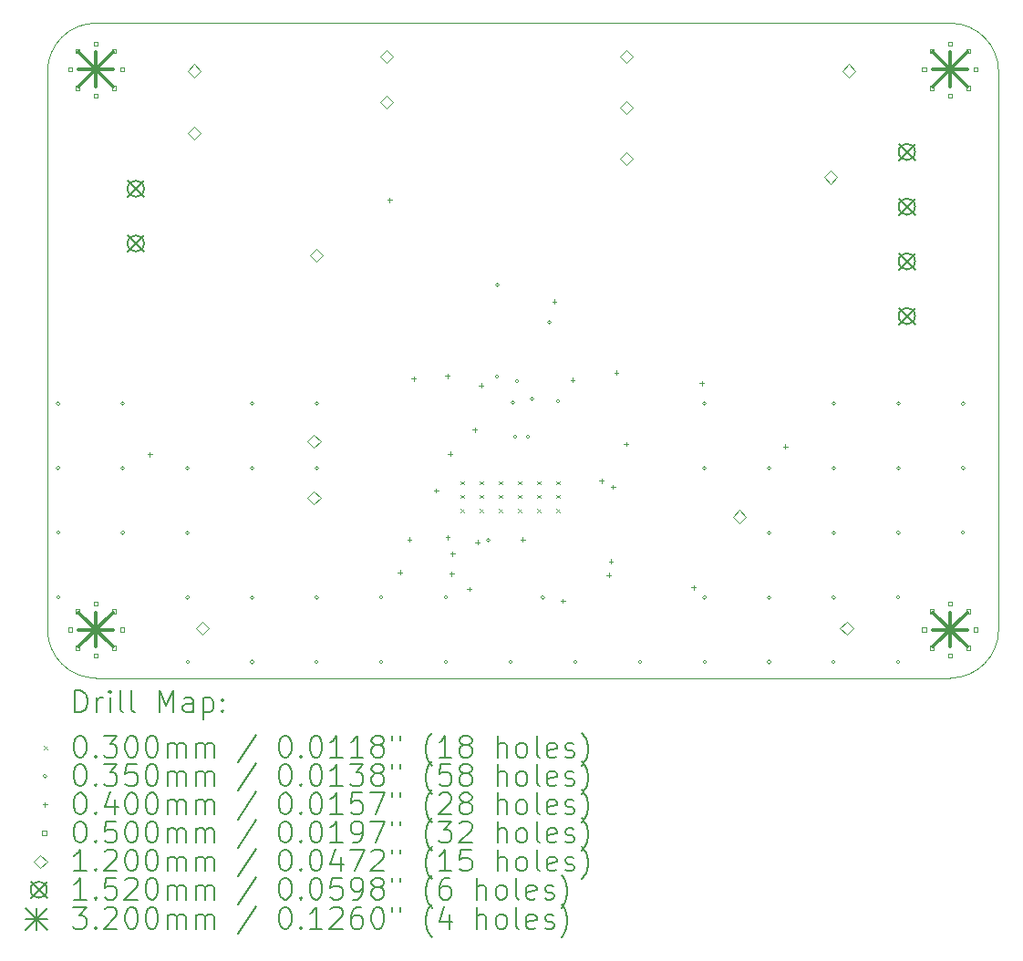
<source format=gbr>
%TF.GenerationSoftware,KiCad,Pcbnew,7.0.8*%
%TF.CreationDate,2023-11-17T17:22:14+01:00*%
%TF.ProjectId,universal12Vsupply,756e6976-6572-4736-916c-313256737570,rev?*%
%TF.SameCoordinates,Original*%
%TF.FileFunction,Drillmap*%
%TF.FilePolarity,Positive*%
%FSLAX45Y45*%
G04 Gerber Fmt 4.5, Leading zero omitted, Abs format (unit mm)*
G04 Created by KiCad (PCBNEW 7.0.8) date 2023-11-17 17:22:14*
%MOMM*%
%LPD*%
G01*
G04 APERTURE LIST*
%ADD10C,0.100000*%
%ADD11C,0.200000*%
%ADD12C,0.030000*%
%ADD13C,0.035000*%
%ADD14C,0.040000*%
%ADD15C,0.050000*%
%ADD16C,0.120000*%
%ADD17C,0.152000*%
%ADD18C,0.320000*%
G04 APERTURE END LIST*
D10*
X6350000Y-2218200D02*
G75*
G03*
X5900000Y-2668198I0J-450000D01*
G01*
X6350000Y-8300000D02*
X14281802Y-8300000D01*
X14731802Y-7850000D02*
X14731802Y-2668198D01*
X5900000Y-7850000D02*
G75*
G03*
X6350000Y-8300000I450000J0D01*
G01*
X14731802Y-2668198D02*
G75*
G03*
X14281802Y-2218198I-450002J-2D01*
G01*
X5900000Y-2668198D02*
X5900000Y-7850000D01*
X14281802Y-8300002D02*
G75*
G03*
X14731802Y-7850000I-2J450002D01*
G01*
X14281802Y-2218198D02*
X6350000Y-2218198D01*
D11*
D12*
X9737000Y-6470000D02*
X9767000Y-6500000D01*
X9767000Y-6470000D02*
X9737000Y-6500000D01*
X9737000Y-6600000D02*
X9767000Y-6630000D01*
X9767000Y-6600000D02*
X9737000Y-6630000D01*
X9737000Y-6730000D02*
X9767000Y-6760000D01*
X9767000Y-6730000D02*
X9737000Y-6760000D01*
X9915000Y-6470000D02*
X9945000Y-6500000D01*
X9945000Y-6470000D02*
X9915000Y-6500000D01*
X9915000Y-6600000D02*
X9945000Y-6630000D01*
X9945000Y-6600000D02*
X9915000Y-6630000D01*
X9915000Y-6730000D02*
X9945000Y-6760000D01*
X9945000Y-6730000D02*
X9915000Y-6760000D01*
X10093000Y-6470000D02*
X10123000Y-6500000D01*
X10123000Y-6470000D02*
X10093000Y-6500000D01*
X10093000Y-6600000D02*
X10123000Y-6630000D01*
X10123000Y-6600000D02*
X10093000Y-6630000D01*
X10093000Y-6730000D02*
X10123000Y-6760000D01*
X10123000Y-6730000D02*
X10093000Y-6760000D01*
X10271000Y-6470000D02*
X10301000Y-6500000D01*
X10301000Y-6470000D02*
X10271000Y-6500000D01*
X10271000Y-6600000D02*
X10301000Y-6630000D01*
X10301000Y-6600000D02*
X10271000Y-6630000D01*
X10271000Y-6730000D02*
X10301000Y-6760000D01*
X10301000Y-6730000D02*
X10271000Y-6760000D01*
X10449000Y-6470000D02*
X10479000Y-6500000D01*
X10479000Y-6470000D02*
X10449000Y-6500000D01*
X10449000Y-6600000D02*
X10479000Y-6630000D01*
X10479000Y-6600000D02*
X10449000Y-6630000D01*
X10449000Y-6730000D02*
X10479000Y-6760000D01*
X10479000Y-6730000D02*
X10449000Y-6760000D01*
X10627000Y-6470000D02*
X10657000Y-6500000D01*
X10657000Y-6470000D02*
X10627000Y-6500000D01*
X10627000Y-6600000D02*
X10657000Y-6630000D01*
X10657000Y-6600000D02*
X10627000Y-6630000D01*
X10627000Y-6730000D02*
X10657000Y-6760000D01*
X10657000Y-6730000D02*
X10627000Y-6760000D01*
D13*
X6017500Y-5750000D02*
G75*
G03*
X6017500Y-5750000I-17500J0D01*
G01*
X6017500Y-6350000D02*
G75*
G03*
X6017500Y-6350000I-17500J0D01*
G01*
X6017500Y-6950000D02*
G75*
G03*
X6017500Y-6950000I-17500J0D01*
G01*
X6017500Y-7550000D02*
G75*
G03*
X6017500Y-7550000I-17500J0D01*
G01*
X6617500Y-5750000D02*
G75*
G03*
X6617500Y-5750000I-17500J0D01*
G01*
X6617500Y-6350000D02*
G75*
G03*
X6617500Y-6350000I-17500J0D01*
G01*
X6617500Y-6950000D02*
G75*
G03*
X6617500Y-6950000I-17500J0D01*
G01*
X7217500Y-6350000D02*
G75*
G03*
X7217500Y-6350000I-17500J0D01*
G01*
X7217500Y-6950000D02*
G75*
G03*
X7217500Y-6950000I-17500J0D01*
G01*
X7217500Y-7550000D02*
G75*
G03*
X7217500Y-7550000I-17500J0D01*
G01*
X7217500Y-8150000D02*
G75*
G03*
X7217500Y-8150000I-17500J0D01*
G01*
X7817500Y-5750000D02*
G75*
G03*
X7817500Y-5750000I-17500J0D01*
G01*
X7817500Y-6350000D02*
G75*
G03*
X7817500Y-6350000I-17500J0D01*
G01*
X7817500Y-7550000D02*
G75*
G03*
X7817500Y-7550000I-17500J0D01*
G01*
X7817500Y-8150000D02*
G75*
G03*
X7817500Y-8150000I-17500J0D01*
G01*
X8417500Y-5750000D02*
G75*
G03*
X8417500Y-5750000I-17500J0D01*
G01*
X8417500Y-6350000D02*
G75*
G03*
X8417500Y-6350000I-17500J0D01*
G01*
X8417500Y-7550000D02*
G75*
G03*
X8417500Y-7550000I-17500J0D01*
G01*
X8417500Y-8150000D02*
G75*
G03*
X8417500Y-8150000I-17500J0D01*
G01*
X9017500Y-7550000D02*
G75*
G03*
X9017500Y-7550000I-17500J0D01*
G01*
X9017500Y-8150000D02*
G75*
G03*
X9017500Y-8150000I-17500J0D01*
G01*
X9617500Y-7550000D02*
G75*
G03*
X9617500Y-7550000I-17500J0D01*
G01*
X9617500Y-8150000D02*
G75*
G03*
X9617500Y-8150000I-17500J0D01*
G01*
X10007500Y-7020000D02*
G75*
G03*
X10007500Y-7020000I-17500J0D01*
G01*
X10092500Y-4650000D02*
G75*
G03*
X10092500Y-4650000I-17500J0D01*
G01*
X10092500Y-5500000D02*
G75*
G03*
X10092500Y-5500000I-17500J0D01*
G01*
X10217500Y-8150000D02*
G75*
G03*
X10217500Y-8150000I-17500J0D01*
G01*
X10237500Y-5740000D02*
G75*
G03*
X10237500Y-5740000I-17500J0D01*
G01*
X10257500Y-6060000D02*
G75*
G03*
X10257500Y-6060000I-17500J0D01*
G01*
X10277500Y-5540000D02*
G75*
G03*
X10277500Y-5540000I-17500J0D01*
G01*
X10377500Y-6060000D02*
G75*
G03*
X10377500Y-6060000I-17500J0D01*
G01*
X10417500Y-5704950D02*
G75*
G03*
X10417500Y-5704950I-17500J0D01*
G01*
X10517500Y-7550000D02*
G75*
G03*
X10517500Y-7550000I-17500J0D01*
G01*
X10576500Y-4995000D02*
G75*
G03*
X10576500Y-4995000I-17500J0D01*
G01*
X10659380Y-5728120D02*
G75*
G03*
X10659380Y-5728120I-17500J0D01*
G01*
X10817500Y-8150000D02*
G75*
G03*
X10817500Y-8150000I-17500J0D01*
G01*
X11417500Y-8150000D02*
G75*
G03*
X11417500Y-8150000I-17500J0D01*
G01*
X12017500Y-5750000D02*
G75*
G03*
X12017500Y-5750000I-17500J0D01*
G01*
X12017500Y-6350000D02*
G75*
G03*
X12017500Y-6350000I-17500J0D01*
G01*
X12017500Y-7550000D02*
G75*
G03*
X12017500Y-7550000I-17500J0D01*
G01*
X12017500Y-8150000D02*
G75*
G03*
X12017500Y-8150000I-17500J0D01*
G01*
X12617500Y-6350000D02*
G75*
G03*
X12617500Y-6350000I-17500J0D01*
G01*
X12617500Y-6950000D02*
G75*
G03*
X12617500Y-6950000I-17500J0D01*
G01*
X12617500Y-7550000D02*
G75*
G03*
X12617500Y-7550000I-17500J0D01*
G01*
X12617500Y-8150000D02*
G75*
G03*
X12617500Y-8150000I-17500J0D01*
G01*
X13217500Y-5750000D02*
G75*
G03*
X13217500Y-5750000I-17500J0D01*
G01*
X13217500Y-6350000D02*
G75*
G03*
X13217500Y-6350000I-17500J0D01*
G01*
X13217500Y-6950000D02*
G75*
G03*
X13217500Y-6950000I-17500J0D01*
G01*
X13217500Y-7550000D02*
G75*
G03*
X13217500Y-7550000I-17500J0D01*
G01*
X13217500Y-8150000D02*
G75*
G03*
X13217500Y-8150000I-17500J0D01*
G01*
X13817500Y-5750000D02*
G75*
G03*
X13817500Y-5750000I-17500J0D01*
G01*
X13817500Y-6350000D02*
G75*
G03*
X13817500Y-6350000I-17500J0D01*
G01*
X13817500Y-6950000D02*
G75*
G03*
X13817500Y-6950000I-17500J0D01*
G01*
X13817500Y-7550000D02*
G75*
G03*
X13817500Y-7550000I-17500J0D01*
G01*
X13817500Y-8150000D02*
G75*
G03*
X13817500Y-8150000I-17500J0D01*
G01*
X14417500Y-5750000D02*
G75*
G03*
X14417500Y-5750000I-17500J0D01*
G01*
X14417500Y-6350000D02*
G75*
G03*
X14417500Y-6350000I-17500J0D01*
G01*
X14417500Y-6950000D02*
G75*
G03*
X14417500Y-6950000I-17500J0D01*
G01*
D14*
X6850600Y-6202600D02*
X6850600Y-6242600D01*
X6830600Y-6222600D02*
X6870600Y-6222600D01*
X9077500Y-3840000D02*
X9077500Y-3880000D01*
X9057500Y-3860000D02*
X9097500Y-3860000D01*
X9172160Y-7299100D02*
X9172160Y-7339100D01*
X9152160Y-7319100D02*
X9192160Y-7319100D01*
X9261060Y-6991760D02*
X9261060Y-7031760D01*
X9241060Y-7011760D02*
X9281060Y-7011760D01*
X9300000Y-5500000D02*
X9300000Y-5540000D01*
X9280000Y-5520000D02*
X9320000Y-5520000D01*
X9507440Y-6539640D02*
X9507440Y-6579640D01*
X9487440Y-6559640D02*
X9527440Y-6559640D01*
X9612500Y-5475000D02*
X9612500Y-5515000D01*
X9592500Y-5495000D02*
X9632500Y-5495000D01*
X9616660Y-6973980D02*
X9616660Y-7013980D01*
X9596660Y-6993980D02*
X9636660Y-6993980D01*
X9636980Y-6196740D02*
X9636980Y-6236740D01*
X9616980Y-6216740D02*
X9656980Y-6216740D01*
X9652220Y-7311800D02*
X9652220Y-7351800D01*
X9632220Y-7331800D02*
X9672220Y-7331800D01*
X9659840Y-7126380D02*
X9659840Y-7166380D01*
X9639840Y-7146380D02*
X9679840Y-7146380D01*
X9814780Y-7454040D02*
X9814780Y-7494040D01*
X9794780Y-7474040D02*
X9834780Y-7474040D01*
X9868120Y-5973220D02*
X9868120Y-6013220D01*
X9848120Y-5993220D02*
X9888120Y-5993220D01*
X9890980Y-7019700D02*
X9890980Y-7059700D01*
X9870980Y-7039700D02*
X9910980Y-7039700D01*
X9925000Y-5561066D02*
X9925000Y-5601066D01*
X9905000Y-5581066D02*
X9945000Y-5581066D01*
X10311223Y-6993157D02*
X10311223Y-7033157D01*
X10291223Y-7013157D02*
X10331223Y-7013157D01*
X10607260Y-4781960D02*
X10607260Y-4821960D01*
X10587260Y-4801960D02*
X10627260Y-4801960D01*
X10686000Y-7563260D02*
X10686000Y-7603260D01*
X10666000Y-7583260D02*
X10706000Y-7583260D01*
X10774900Y-5510940D02*
X10774900Y-5550940D01*
X10754900Y-5530940D02*
X10794900Y-5530940D01*
X11045000Y-6447500D02*
X11045000Y-6487500D01*
X11025000Y-6467500D02*
X11065000Y-6467500D01*
X11112720Y-7321960D02*
X11112720Y-7361960D01*
X11092720Y-7341960D02*
X11132720Y-7341960D01*
X11130500Y-7197500D02*
X11130500Y-7237500D01*
X11110500Y-7217500D02*
X11150500Y-7217500D01*
X11150820Y-6504080D02*
X11150820Y-6544080D01*
X11130820Y-6524080D02*
X11170820Y-6524080D01*
X11181300Y-5442360D02*
X11181300Y-5482360D01*
X11161300Y-5462360D02*
X11201300Y-5462360D01*
X11272740Y-6107840D02*
X11272740Y-6147840D01*
X11252740Y-6127840D02*
X11292740Y-6127840D01*
X11897580Y-7438800D02*
X11897580Y-7478800D01*
X11877580Y-7458800D02*
X11917580Y-7458800D01*
X11974860Y-5542470D02*
X11974860Y-5582470D01*
X11954860Y-5562470D02*
X11994860Y-5562470D01*
X12750000Y-6130000D02*
X12750000Y-6170000D01*
X12730000Y-6150000D02*
X12770000Y-6150000D01*
D15*
X6127678Y-2667678D02*
X6127678Y-2632322D01*
X6092322Y-2632322D01*
X6092322Y-2667678D01*
X6127678Y-2667678D01*
X6127678Y-7867678D02*
X6127678Y-7832322D01*
X6092322Y-7832322D01*
X6092322Y-7867678D01*
X6127678Y-7867678D01*
X6197972Y-2497972D02*
X6197972Y-2462617D01*
X6162617Y-2462617D01*
X6162617Y-2497972D01*
X6197972Y-2497972D01*
X6197972Y-2837383D02*
X6197972Y-2802028D01*
X6162617Y-2802028D01*
X6162617Y-2837383D01*
X6197972Y-2837383D01*
X6197972Y-7697972D02*
X6197972Y-7662617D01*
X6162617Y-7662617D01*
X6162617Y-7697972D01*
X6197972Y-7697972D01*
X6197972Y-8037383D02*
X6197972Y-8002028D01*
X6162617Y-8002028D01*
X6162617Y-8037383D01*
X6197972Y-8037383D01*
X6367678Y-2427678D02*
X6367678Y-2392322D01*
X6332322Y-2392322D01*
X6332322Y-2427678D01*
X6367678Y-2427678D01*
X6367678Y-2907678D02*
X6367678Y-2872322D01*
X6332322Y-2872322D01*
X6332322Y-2907678D01*
X6367678Y-2907678D01*
X6367678Y-7627678D02*
X6367678Y-7592322D01*
X6332322Y-7592322D01*
X6332322Y-7627678D01*
X6367678Y-7627678D01*
X6367678Y-8107678D02*
X6367678Y-8072322D01*
X6332322Y-8072322D01*
X6332322Y-8107678D01*
X6367678Y-8107678D01*
X6537383Y-2497972D02*
X6537383Y-2462617D01*
X6502028Y-2462617D01*
X6502028Y-2497972D01*
X6537383Y-2497972D01*
X6537383Y-2837383D02*
X6537383Y-2802028D01*
X6502028Y-2802028D01*
X6502028Y-2837383D01*
X6537383Y-2837383D01*
X6537383Y-7697972D02*
X6537383Y-7662617D01*
X6502028Y-7662617D01*
X6502028Y-7697972D01*
X6537383Y-7697972D01*
X6537383Y-8037383D02*
X6537383Y-8002028D01*
X6502028Y-8002028D01*
X6502028Y-8037383D01*
X6537383Y-8037383D01*
X6607678Y-2667678D02*
X6607678Y-2632322D01*
X6572322Y-2632322D01*
X6572322Y-2667678D01*
X6607678Y-2667678D01*
X6607678Y-7867678D02*
X6607678Y-7832322D01*
X6572322Y-7832322D01*
X6572322Y-7867678D01*
X6607678Y-7867678D01*
X14057972Y-2667678D02*
X14057972Y-2632322D01*
X14022617Y-2632322D01*
X14022617Y-2667678D01*
X14057972Y-2667678D01*
X14057972Y-7867678D02*
X14057972Y-7832322D01*
X14022617Y-7832322D01*
X14022617Y-7867678D01*
X14057972Y-7867678D01*
X14128267Y-2497972D02*
X14128267Y-2462617D01*
X14092911Y-2462617D01*
X14092911Y-2497972D01*
X14128267Y-2497972D01*
X14128267Y-2837383D02*
X14128267Y-2802028D01*
X14092911Y-2802028D01*
X14092911Y-2837383D01*
X14128267Y-2837383D01*
X14128267Y-7697972D02*
X14128267Y-7662617D01*
X14092911Y-7662617D01*
X14092911Y-7697972D01*
X14128267Y-7697972D01*
X14128267Y-8037383D02*
X14128267Y-8002028D01*
X14092911Y-8002028D01*
X14092911Y-8037383D01*
X14128267Y-8037383D01*
X14297972Y-2427678D02*
X14297972Y-2392322D01*
X14262617Y-2392322D01*
X14262617Y-2427678D01*
X14297972Y-2427678D01*
X14297972Y-2907678D02*
X14297972Y-2872322D01*
X14262617Y-2872322D01*
X14262617Y-2907678D01*
X14297972Y-2907678D01*
X14297972Y-7627678D02*
X14297972Y-7592322D01*
X14262617Y-7592322D01*
X14262617Y-7627678D01*
X14297972Y-7627678D01*
X14297972Y-8107678D02*
X14297972Y-8072322D01*
X14262617Y-8072322D01*
X14262617Y-8107678D01*
X14297972Y-8107678D01*
X14467678Y-2497972D02*
X14467678Y-2462617D01*
X14432322Y-2462617D01*
X14432322Y-2497972D01*
X14467678Y-2497972D01*
X14467678Y-2837383D02*
X14467678Y-2802028D01*
X14432322Y-2802028D01*
X14432322Y-2837383D01*
X14467678Y-2837383D01*
X14467678Y-7697972D02*
X14467678Y-7662617D01*
X14432322Y-7662617D01*
X14432322Y-7697972D01*
X14467678Y-7697972D01*
X14467678Y-8037383D02*
X14467678Y-8002028D01*
X14432322Y-8002028D01*
X14432322Y-8037383D01*
X14467678Y-8037383D01*
X14537972Y-2667678D02*
X14537972Y-2632322D01*
X14502617Y-2632322D01*
X14502617Y-2667678D01*
X14537972Y-2667678D01*
X14537972Y-7867678D02*
X14537972Y-7832322D01*
X14502617Y-7832322D01*
X14502617Y-7867678D01*
X14537972Y-7867678D01*
D16*
X7260000Y-2720000D02*
X7320000Y-2660000D01*
X7260000Y-2600000D01*
X7200000Y-2660000D01*
X7260000Y-2720000D01*
X7260000Y-3300000D02*
X7320000Y-3240000D01*
X7260000Y-3180000D01*
X7200000Y-3240000D01*
X7260000Y-3300000D01*
X7340000Y-7900000D02*
X7400000Y-7840000D01*
X7340000Y-7780000D01*
X7280000Y-7840000D01*
X7340000Y-7900000D01*
X8375000Y-6160000D02*
X8435000Y-6100000D01*
X8375000Y-6040000D01*
X8315000Y-6100000D01*
X8375000Y-6160000D01*
X8375000Y-6685000D02*
X8435000Y-6625000D01*
X8375000Y-6565000D01*
X8315000Y-6625000D01*
X8375000Y-6685000D01*
X8400000Y-4435000D02*
X8460000Y-4375000D01*
X8400000Y-4315000D01*
X8340000Y-4375000D01*
X8400000Y-4435000D01*
X9050000Y-2585000D02*
X9110000Y-2525000D01*
X9050000Y-2465000D01*
X8990000Y-2525000D01*
X9050000Y-2585000D01*
X9050000Y-3010000D02*
X9110000Y-2950000D01*
X9050000Y-2890000D01*
X8990000Y-2950000D01*
X9050000Y-3010000D01*
X11275000Y-2585000D02*
X11335000Y-2525000D01*
X11275000Y-2465000D01*
X11215000Y-2525000D01*
X11275000Y-2585000D01*
X11275000Y-3060000D02*
X11335000Y-3000000D01*
X11275000Y-2940000D01*
X11215000Y-3000000D01*
X11275000Y-3060000D01*
X11275000Y-3535000D02*
X11335000Y-3475000D01*
X11275000Y-3415000D01*
X11215000Y-3475000D01*
X11275000Y-3535000D01*
X12325000Y-6860000D02*
X12385000Y-6800000D01*
X12325000Y-6740000D01*
X12265000Y-6800000D01*
X12325000Y-6860000D01*
X13175000Y-3710000D02*
X13235000Y-3650000D01*
X13175000Y-3590000D01*
X13115000Y-3650000D01*
X13175000Y-3710000D01*
X13320000Y-7900000D02*
X13380000Y-7840000D01*
X13320000Y-7780000D01*
X13260000Y-7840000D01*
X13320000Y-7900000D01*
X13340000Y-2720000D02*
X13400000Y-2660000D01*
X13340000Y-2600000D01*
X13280000Y-2660000D01*
X13340000Y-2720000D01*
D17*
X6644000Y-3680000D02*
X6796000Y-3832000D01*
X6796000Y-3680000D02*
X6644000Y-3832000D01*
X6796000Y-3756000D02*
G75*
G03*
X6796000Y-3756000I-76000J0D01*
G01*
X6644000Y-4188000D02*
X6796000Y-4340000D01*
X6796000Y-4188000D02*
X6644000Y-4340000D01*
X6796000Y-4264000D02*
G75*
G03*
X6796000Y-4264000I-76000J0D01*
G01*
X13804000Y-3338000D02*
X13956000Y-3490000D01*
X13956000Y-3338000D02*
X13804000Y-3490000D01*
X13956000Y-3414000D02*
G75*
G03*
X13956000Y-3414000I-76000J0D01*
G01*
X13804000Y-3846000D02*
X13956000Y-3998000D01*
X13956000Y-3846000D02*
X13804000Y-3998000D01*
X13956000Y-3922000D02*
G75*
G03*
X13956000Y-3922000I-76000J0D01*
G01*
X13804000Y-4354000D02*
X13956000Y-4506000D01*
X13956000Y-4354000D02*
X13804000Y-4506000D01*
X13956000Y-4430000D02*
G75*
G03*
X13956000Y-4430000I-76000J0D01*
G01*
X13804000Y-4862000D02*
X13956000Y-5014000D01*
X13956000Y-4862000D02*
X13804000Y-5014000D01*
X13956000Y-4938000D02*
G75*
G03*
X13956000Y-4938000I-76000J0D01*
G01*
D18*
X6190000Y-2490000D02*
X6510000Y-2810000D01*
X6510000Y-2490000D02*
X6190000Y-2810000D01*
X6350000Y-2490000D02*
X6350000Y-2810000D01*
X6190000Y-2650000D02*
X6510000Y-2650000D01*
X6190000Y-7690000D02*
X6510000Y-8010000D01*
X6510000Y-7690000D02*
X6190000Y-8010000D01*
X6350000Y-7690000D02*
X6350000Y-8010000D01*
X6190000Y-7850000D02*
X6510000Y-7850000D01*
X14120294Y-2490000D02*
X14440294Y-2810000D01*
X14440294Y-2490000D02*
X14120294Y-2810000D01*
X14280294Y-2490000D02*
X14280294Y-2810000D01*
X14120294Y-2650000D02*
X14440294Y-2650000D01*
X14120294Y-7690000D02*
X14440294Y-8010000D01*
X14440294Y-7690000D02*
X14120294Y-8010000D01*
X14280294Y-7690000D02*
X14280294Y-8010000D01*
X14120294Y-7850000D02*
X14440294Y-7850000D01*
D11*
X6155777Y-8616484D02*
X6155777Y-8416484D01*
X6155777Y-8416484D02*
X6203396Y-8416484D01*
X6203396Y-8416484D02*
X6231967Y-8426008D01*
X6231967Y-8426008D02*
X6251015Y-8445055D01*
X6251015Y-8445055D02*
X6260539Y-8464103D01*
X6260539Y-8464103D02*
X6270062Y-8502198D01*
X6270062Y-8502198D02*
X6270062Y-8530770D01*
X6270062Y-8530770D02*
X6260539Y-8568865D01*
X6260539Y-8568865D02*
X6251015Y-8587912D01*
X6251015Y-8587912D02*
X6231967Y-8606960D01*
X6231967Y-8606960D02*
X6203396Y-8616484D01*
X6203396Y-8616484D02*
X6155777Y-8616484D01*
X6355777Y-8616484D02*
X6355777Y-8483150D01*
X6355777Y-8521246D02*
X6365301Y-8502198D01*
X6365301Y-8502198D02*
X6374824Y-8492674D01*
X6374824Y-8492674D02*
X6393872Y-8483150D01*
X6393872Y-8483150D02*
X6412920Y-8483150D01*
X6479586Y-8616484D02*
X6479586Y-8483150D01*
X6479586Y-8416484D02*
X6470062Y-8426008D01*
X6470062Y-8426008D02*
X6479586Y-8435531D01*
X6479586Y-8435531D02*
X6489110Y-8426008D01*
X6489110Y-8426008D02*
X6479586Y-8416484D01*
X6479586Y-8416484D02*
X6479586Y-8435531D01*
X6603396Y-8616484D02*
X6584348Y-8606960D01*
X6584348Y-8606960D02*
X6574824Y-8587912D01*
X6574824Y-8587912D02*
X6574824Y-8416484D01*
X6708158Y-8616484D02*
X6689110Y-8606960D01*
X6689110Y-8606960D02*
X6679586Y-8587912D01*
X6679586Y-8587912D02*
X6679586Y-8416484D01*
X6936729Y-8616484D02*
X6936729Y-8416484D01*
X6936729Y-8416484D02*
X7003396Y-8559341D01*
X7003396Y-8559341D02*
X7070062Y-8416484D01*
X7070062Y-8416484D02*
X7070062Y-8616484D01*
X7251015Y-8616484D02*
X7251015Y-8511722D01*
X7251015Y-8511722D02*
X7241491Y-8492674D01*
X7241491Y-8492674D02*
X7222443Y-8483150D01*
X7222443Y-8483150D02*
X7184348Y-8483150D01*
X7184348Y-8483150D02*
X7165301Y-8492674D01*
X7251015Y-8606960D02*
X7231967Y-8616484D01*
X7231967Y-8616484D02*
X7184348Y-8616484D01*
X7184348Y-8616484D02*
X7165301Y-8606960D01*
X7165301Y-8606960D02*
X7155777Y-8587912D01*
X7155777Y-8587912D02*
X7155777Y-8568865D01*
X7155777Y-8568865D02*
X7165301Y-8549817D01*
X7165301Y-8549817D02*
X7184348Y-8540293D01*
X7184348Y-8540293D02*
X7231967Y-8540293D01*
X7231967Y-8540293D02*
X7251015Y-8530770D01*
X7346253Y-8483150D02*
X7346253Y-8683150D01*
X7346253Y-8492674D02*
X7365301Y-8483150D01*
X7365301Y-8483150D02*
X7403396Y-8483150D01*
X7403396Y-8483150D02*
X7422443Y-8492674D01*
X7422443Y-8492674D02*
X7431967Y-8502198D01*
X7431967Y-8502198D02*
X7441491Y-8521246D01*
X7441491Y-8521246D02*
X7441491Y-8578389D01*
X7441491Y-8578389D02*
X7431967Y-8597436D01*
X7431967Y-8597436D02*
X7422443Y-8606960D01*
X7422443Y-8606960D02*
X7403396Y-8616484D01*
X7403396Y-8616484D02*
X7365301Y-8616484D01*
X7365301Y-8616484D02*
X7346253Y-8606960D01*
X7527205Y-8597436D02*
X7536729Y-8606960D01*
X7536729Y-8606960D02*
X7527205Y-8616484D01*
X7527205Y-8616484D02*
X7517682Y-8606960D01*
X7517682Y-8606960D02*
X7527205Y-8597436D01*
X7527205Y-8597436D02*
X7527205Y-8616484D01*
X7527205Y-8492674D02*
X7536729Y-8502198D01*
X7536729Y-8502198D02*
X7527205Y-8511722D01*
X7527205Y-8511722D02*
X7517682Y-8502198D01*
X7517682Y-8502198D02*
X7527205Y-8492674D01*
X7527205Y-8492674D02*
X7527205Y-8511722D01*
D12*
X5865000Y-8930000D02*
X5895000Y-8960000D01*
X5895000Y-8930000D02*
X5865000Y-8960000D01*
D11*
X6193872Y-8836484D02*
X6212920Y-8836484D01*
X6212920Y-8836484D02*
X6231967Y-8846008D01*
X6231967Y-8846008D02*
X6241491Y-8855531D01*
X6241491Y-8855531D02*
X6251015Y-8874579D01*
X6251015Y-8874579D02*
X6260539Y-8912674D01*
X6260539Y-8912674D02*
X6260539Y-8960293D01*
X6260539Y-8960293D02*
X6251015Y-8998389D01*
X6251015Y-8998389D02*
X6241491Y-9017436D01*
X6241491Y-9017436D02*
X6231967Y-9026960D01*
X6231967Y-9026960D02*
X6212920Y-9036484D01*
X6212920Y-9036484D02*
X6193872Y-9036484D01*
X6193872Y-9036484D02*
X6174824Y-9026960D01*
X6174824Y-9026960D02*
X6165301Y-9017436D01*
X6165301Y-9017436D02*
X6155777Y-8998389D01*
X6155777Y-8998389D02*
X6146253Y-8960293D01*
X6146253Y-8960293D02*
X6146253Y-8912674D01*
X6146253Y-8912674D02*
X6155777Y-8874579D01*
X6155777Y-8874579D02*
X6165301Y-8855531D01*
X6165301Y-8855531D02*
X6174824Y-8846008D01*
X6174824Y-8846008D02*
X6193872Y-8836484D01*
X6346253Y-9017436D02*
X6355777Y-9026960D01*
X6355777Y-9026960D02*
X6346253Y-9036484D01*
X6346253Y-9036484D02*
X6336729Y-9026960D01*
X6336729Y-9026960D02*
X6346253Y-9017436D01*
X6346253Y-9017436D02*
X6346253Y-9036484D01*
X6422443Y-8836484D02*
X6546253Y-8836484D01*
X6546253Y-8836484D02*
X6479586Y-8912674D01*
X6479586Y-8912674D02*
X6508158Y-8912674D01*
X6508158Y-8912674D02*
X6527205Y-8922198D01*
X6527205Y-8922198D02*
X6536729Y-8931722D01*
X6536729Y-8931722D02*
X6546253Y-8950770D01*
X6546253Y-8950770D02*
X6546253Y-8998389D01*
X6546253Y-8998389D02*
X6536729Y-9017436D01*
X6536729Y-9017436D02*
X6527205Y-9026960D01*
X6527205Y-9026960D02*
X6508158Y-9036484D01*
X6508158Y-9036484D02*
X6451015Y-9036484D01*
X6451015Y-9036484D02*
X6431967Y-9026960D01*
X6431967Y-9026960D02*
X6422443Y-9017436D01*
X6670062Y-8836484D02*
X6689110Y-8836484D01*
X6689110Y-8836484D02*
X6708158Y-8846008D01*
X6708158Y-8846008D02*
X6717682Y-8855531D01*
X6717682Y-8855531D02*
X6727205Y-8874579D01*
X6727205Y-8874579D02*
X6736729Y-8912674D01*
X6736729Y-8912674D02*
X6736729Y-8960293D01*
X6736729Y-8960293D02*
X6727205Y-8998389D01*
X6727205Y-8998389D02*
X6717682Y-9017436D01*
X6717682Y-9017436D02*
X6708158Y-9026960D01*
X6708158Y-9026960D02*
X6689110Y-9036484D01*
X6689110Y-9036484D02*
X6670062Y-9036484D01*
X6670062Y-9036484D02*
X6651015Y-9026960D01*
X6651015Y-9026960D02*
X6641491Y-9017436D01*
X6641491Y-9017436D02*
X6631967Y-8998389D01*
X6631967Y-8998389D02*
X6622443Y-8960293D01*
X6622443Y-8960293D02*
X6622443Y-8912674D01*
X6622443Y-8912674D02*
X6631967Y-8874579D01*
X6631967Y-8874579D02*
X6641491Y-8855531D01*
X6641491Y-8855531D02*
X6651015Y-8846008D01*
X6651015Y-8846008D02*
X6670062Y-8836484D01*
X6860539Y-8836484D02*
X6879586Y-8836484D01*
X6879586Y-8836484D02*
X6898634Y-8846008D01*
X6898634Y-8846008D02*
X6908158Y-8855531D01*
X6908158Y-8855531D02*
X6917682Y-8874579D01*
X6917682Y-8874579D02*
X6927205Y-8912674D01*
X6927205Y-8912674D02*
X6927205Y-8960293D01*
X6927205Y-8960293D02*
X6917682Y-8998389D01*
X6917682Y-8998389D02*
X6908158Y-9017436D01*
X6908158Y-9017436D02*
X6898634Y-9026960D01*
X6898634Y-9026960D02*
X6879586Y-9036484D01*
X6879586Y-9036484D02*
X6860539Y-9036484D01*
X6860539Y-9036484D02*
X6841491Y-9026960D01*
X6841491Y-9026960D02*
X6831967Y-9017436D01*
X6831967Y-9017436D02*
X6822443Y-8998389D01*
X6822443Y-8998389D02*
X6812920Y-8960293D01*
X6812920Y-8960293D02*
X6812920Y-8912674D01*
X6812920Y-8912674D02*
X6822443Y-8874579D01*
X6822443Y-8874579D02*
X6831967Y-8855531D01*
X6831967Y-8855531D02*
X6841491Y-8846008D01*
X6841491Y-8846008D02*
X6860539Y-8836484D01*
X7012920Y-9036484D02*
X7012920Y-8903150D01*
X7012920Y-8922198D02*
X7022443Y-8912674D01*
X7022443Y-8912674D02*
X7041491Y-8903150D01*
X7041491Y-8903150D02*
X7070063Y-8903150D01*
X7070063Y-8903150D02*
X7089110Y-8912674D01*
X7089110Y-8912674D02*
X7098634Y-8931722D01*
X7098634Y-8931722D02*
X7098634Y-9036484D01*
X7098634Y-8931722D02*
X7108158Y-8912674D01*
X7108158Y-8912674D02*
X7127205Y-8903150D01*
X7127205Y-8903150D02*
X7155777Y-8903150D01*
X7155777Y-8903150D02*
X7174824Y-8912674D01*
X7174824Y-8912674D02*
X7184348Y-8931722D01*
X7184348Y-8931722D02*
X7184348Y-9036484D01*
X7279586Y-9036484D02*
X7279586Y-8903150D01*
X7279586Y-8922198D02*
X7289110Y-8912674D01*
X7289110Y-8912674D02*
X7308158Y-8903150D01*
X7308158Y-8903150D02*
X7336729Y-8903150D01*
X7336729Y-8903150D02*
X7355777Y-8912674D01*
X7355777Y-8912674D02*
X7365301Y-8931722D01*
X7365301Y-8931722D02*
X7365301Y-9036484D01*
X7365301Y-8931722D02*
X7374824Y-8912674D01*
X7374824Y-8912674D02*
X7393872Y-8903150D01*
X7393872Y-8903150D02*
X7422443Y-8903150D01*
X7422443Y-8903150D02*
X7441491Y-8912674D01*
X7441491Y-8912674D02*
X7451015Y-8931722D01*
X7451015Y-8931722D02*
X7451015Y-9036484D01*
X7841491Y-8826960D02*
X7670063Y-9084103D01*
X8098634Y-8836484D02*
X8117682Y-8836484D01*
X8117682Y-8836484D02*
X8136729Y-8846008D01*
X8136729Y-8846008D02*
X8146253Y-8855531D01*
X8146253Y-8855531D02*
X8155777Y-8874579D01*
X8155777Y-8874579D02*
X8165301Y-8912674D01*
X8165301Y-8912674D02*
X8165301Y-8960293D01*
X8165301Y-8960293D02*
X8155777Y-8998389D01*
X8155777Y-8998389D02*
X8146253Y-9017436D01*
X8146253Y-9017436D02*
X8136729Y-9026960D01*
X8136729Y-9026960D02*
X8117682Y-9036484D01*
X8117682Y-9036484D02*
X8098634Y-9036484D01*
X8098634Y-9036484D02*
X8079586Y-9026960D01*
X8079586Y-9026960D02*
X8070063Y-9017436D01*
X8070063Y-9017436D02*
X8060539Y-8998389D01*
X8060539Y-8998389D02*
X8051015Y-8960293D01*
X8051015Y-8960293D02*
X8051015Y-8912674D01*
X8051015Y-8912674D02*
X8060539Y-8874579D01*
X8060539Y-8874579D02*
X8070063Y-8855531D01*
X8070063Y-8855531D02*
X8079586Y-8846008D01*
X8079586Y-8846008D02*
X8098634Y-8836484D01*
X8251015Y-9017436D02*
X8260539Y-9026960D01*
X8260539Y-9026960D02*
X8251015Y-9036484D01*
X8251015Y-9036484D02*
X8241491Y-9026960D01*
X8241491Y-9026960D02*
X8251015Y-9017436D01*
X8251015Y-9017436D02*
X8251015Y-9036484D01*
X8384348Y-8836484D02*
X8403396Y-8836484D01*
X8403396Y-8836484D02*
X8422444Y-8846008D01*
X8422444Y-8846008D02*
X8431968Y-8855531D01*
X8431968Y-8855531D02*
X8441491Y-8874579D01*
X8441491Y-8874579D02*
X8451015Y-8912674D01*
X8451015Y-8912674D02*
X8451015Y-8960293D01*
X8451015Y-8960293D02*
X8441491Y-8998389D01*
X8441491Y-8998389D02*
X8431968Y-9017436D01*
X8431968Y-9017436D02*
X8422444Y-9026960D01*
X8422444Y-9026960D02*
X8403396Y-9036484D01*
X8403396Y-9036484D02*
X8384348Y-9036484D01*
X8384348Y-9036484D02*
X8365301Y-9026960D01*
X8365301Y-9026960D02*
X8355777Y-9017436D01*
X8355777Y-9017436D02*
X8346253Y-8998389D01*
X8346253Y-8998389D02*
X8336729Y-8960293D01*
X8336729Y-8960293D02*
X8336729Y-8912674D01*
X8336729Y-8912674D02*
X8346253Y-8874579D01*
X8346253Y-8874579D02*
X8355777Y-8855531D01*
X8355777Y-8855531D02*
X8365301Y-8846008D01*
X8365301Y-8846008D02*
X8384348Y-8836484D01*
X8641491Y-9036484D02*
X8527206Y-9036484D01*
X8584348Y-9036484D02*
X8584348Y-8836484D01*
X8584348Y-8836484D02*
X8565301Y-8865055D01*
X8565301Y-8865055D02*
X8546253Y-8884103D01*
X8546253Y-8884103D02*
X8527206Y-8893627D01*
X8831968Y-9036484D02*
X8717682Y-9036484D01*
X8774825Y-9036484D02*
X8774825Y-8836484D01*
X8774825Y-8836484D02*
X8755777Y-8865055D01*
X8755777Y-8865055D02*
X8736729Y-8884103D01*
X8736729Y-8884103D02*
X8717682Y-8893627D01*
X8946253Y-8922198D02*
X8927206Y-8912674D01*
X8927206Y-8912674D02*
X8917682Y-8903150D01*
X8917682Y-8903150D02*
X8908158Y-8884103D01*
X8908158Y-8884103D02*
X8908158Y-8874579D01*
X8908158Y-8874579D02*
X8917682Y-8855531D01*
X8917682Y-8855531D02*
X8927206Y-8846008D01*
X8927206Y-8846008D02*
X8946253Y-8836484D01*
X8946253Y-8836484D02*
X8984349Y-8836484D01*
X8984349Y-8836484D02*
X9003396Y-8846008D01*
X9003396Y-8846008D02*
X9012920Y-8855531D01*
X9012920Y-8855531D02*
X9022444Y-8874579D01*
X9022444Y-8874579D02*
X9022444Y-8884103D01*
X9022444Y-8884103D02*
X9012920Y-8903150D01*
X9012920Y-8903150D02*
X9003396Y-8912674D01*
X9003396Y-8912674D02*
X8984349Y-8922198D01*
X8984349Y-8922198D02*
X8946253Y-8922198D01*
X8946253Y-8922198D02*
X8927206Y-8931722D01*
X8927206Y-8931722D02*
X8917682Y-8941246D01*
X8917682Y-8941246D02*
X8908158Y-8960293D01*
X8908158Y-8960293D02*
X8908158Y-8998389D01*
X8908158Y-8998389D02*
X8917682Y-9017436D01*
X8917682Y-9017436D02*
X8927206Y-9026960D01*
X8927206Y-9026960D02*
X8946253Y-9036484D01*
X8946253Y-9036484D02*
X8984349Y-9036484D01*
X8984349Y-9036484D02*
X9003396Y-9026960D01*
X9003396Y-9026960D02*
X9012920Y-9017436D01*
X9012920Y-9017436D02*
X9022444Y-8998389D01*
X9022444Y-8998389D02*
X9022444Y-8960293D01*
X9022444Y-8960293D02*
X9012920Y-8941246D01*
X9012920Y-8941246D02*
X9003396Y-8931722D01*
X9003396Y-8931722D02*
X8984349Y-8922198D01*
X9098634Y-8836484D02*
X9098634Y-8874579D01*
X9174825Y-8836484D02*
X9174825Y-8874579D01*
X9470063Y-9112674D02*
X9460539Y-9103150D01*
X9460539Y-9103150D02*
X9441491Y-9074579D01*
X9441491Y-9074579D02*
X9431968Y-9055531D01*
X9431968Y-9055531D02*
X9422444Y-9026960D01*
X9422444Y-9026960D02*
X9412920Y-8979341D01*
X9412920Y-8979341D02*
X9412920Y-8941246D01*
X9412920Y-8941246D02*
X9422444Y-8893627D01*
X9422444Y-8893627D02*
X9431968Y-8865055D01*
X9431968Y-8865055D02*
X9441491Y-8846008D01*
X9441491Y-8846008D02*
X9460539Y-8817436D01*
X9460539Y-8817436D02*
X9470063Y-8807912D01*
X9651015Y-9036484D02*
X9536730Y-9036484D01*
X9593872Y-9036484D02*
X9593872Y-8836484D01*
X9593872Y-8836484D02*
X9574825Y-8865055D01*
X9574825Y-8865055D02*
X9555777Y-8884103D01*
X9555777Y-8884103D02*
X9536730Y-8893627D01*
X9765301Y-8922198D02*
X9746253Y-8912674D01*
X9746253Y-8912674D02*
X9736730Y-8903150D01*
X9736730Y-8903150D02*
X9727206Y-8884103D01*
X9727206Y-8884103D02*
X9727206Y-8874579D01*
X9727206Y-8874579D02*
X9736730Y-8855531D01*
X9736730Y-8855531D02*
X9746253Y-8846008D01*
X9746253Y-8846008D02*
X9765301Y-8836484D01*
X9765301Y-8836484D02*
X9803396Y-8836484D01*
X9803396Y-8836484D02*
X9822444Y-8846008D01*
X9822444Y-8846008D02*
X9831968Y-8855531D01*
X9831968Y-8855531D02*
X9841491Y-8874579D01*
X9841491Y-8874579D02*
X9841491Y-8884103D01*
X9841491Y-8884103D02*
X9831968Y-8903150D01*
X9831968Y-8903150D02*
X9822444Y-8912674D01*
X9822444Y-8912674D02*
X9803396Y-8922198D01*
X9803396Y-8922198D02*
X9765301Y-8922198D01*
X9765301Y-8922198D02*
X9746253Y-8931722D01*
X9746253Y-8931722D02*
X9736730Y-8941246D01*
X9736730Y-8941246D02*
X9727206Y-8960293D01*
X9727206Y-8960293D02*
X9727206Y-8998389D01*
X9727206Y-8998389D02*
X9736730Y-9017436D01*
X9736730Y-9017436D02*
X9746253Y-9026960D01*
X9746253Y-9026960D02*
X9765301Y-9036484D01*
X9765301Y-9036484D02*
X9803396Y-9036484D01*
X9803396Y-9036484D02*
X9822444Y-9026960D01*
X9822444Y-9026960D02*
X9831968Y-9017436D01*
X9831968Y-9017436D02*
X9841491Y-8998389D01*
X9841491Y-8998389D02*
X9841491Y-8960293D01*
X9841491Y-8960293D02*
X9831968Y-8941246D01*
X9831968Y-8941246D02*
X9822444Y-8931722D01*
X9822444Y-8931722D02*
X9803396Y-8922198D01*
X10079587Y-9036484D02*
X10079587Y-8836484D01*
X10165301Y-9036484D02*
X10165301Y-8931722D01*
X10165301Y-8931722D02*
X10155777Y-8912674D01*
X10155777Y-8912674D02*
X10136730Y-8903150D01*
X10136730Y-8903150D02*
X10108158Y-8903150D01*
X10108158Y-8903150D02*
X10089111Y-8912674D01*
X10089111Y-8912674D02*
X10079587Y-8922198D01*
X10289111Y-9036484D02*
X10270063Y-9026960D01*
X10270063Y-9026960D02*
X10260539Y-9017436D01*
X10260539Y-9017436D02*
X10251015Y-8998389D01*
X10251015Y-8998389D02*
X10251015Y-8941246D01*
X10251015Y-8941246D02*
X10260539Y-8922198D01*
X10260539Y-8922198D02*
X10270063Y-8912674D01*
X10270063Y-8912674D02*
X10289111Y-8903150D01*
X10289111Y-8903150D02*
X10317682Y-8903150D01*
X10317682Y-8903150D02*
X10336730Y-8912674D01*
X10336730Y-8912674D02*
X10346253Y-8922198D01*
X10346253Y-8922198D02*
X10355777Y-8941246D01*
X10355777Y-8941246D02*
X10355777Y-8998389D01*
X10355777Y-8998389D02*
X10346253Y-9017436D01*
X10346253Y-9017436D02*
X10336730Y-9026960D01*
X10336730Y-9026960D02*
X10317682Y-9036484D01*
X10317682Y-9036484D02*
X10289111Y-9036484D01*
X10470063Y-9036484D02*
X10451015Y-9026960D01*
X10451015Y-9026960D02*
X10441492Y-9007912D01*
X10441492Y-9007912D02*
X10441492Y-8836484D01*
X10622444Y-9026960D02*
X10603396Y-9036484D01*
X10603396Y-9036484D02*
X10565301Y-9036484D01*
X10565301Y-9036484D02*
X10546253Y-9026960D01*
X10546253Y-9026960D02*
X10536730Y-9007912D01*
X10536730Y-9007912D02*
X10536730Y-8931722D01*
X10536730Y-8931722D02*
X10546253Y-8912674D01*
X10546253Y-8912674D02*
X10565301Y-8903150D01*
X10565301Y-8903150D02*
X10603396Y-8903150D01*
X10603396Y-8903150D02*
X10622444Y-8912674D01*
X10622444Y-8912674D02*
X10631968Y-8931722D01*
X10631968Y-8931722D02*
X10631968Y-8950770D01*
X10631968Y-8950770D02*
X10536730Y-8969817D01*
X10708158Y-9026960D02*
X10727206Y-9036484D01*
X10727206Y-9036484D02*
X10765301Y-9036484D01*
X10765301Y-9036484D02*
X10784349Y-9026960D01*
X10784349Y-9026960D02*
X10793873Y-9007912D01*
X10793873Y-9007912D02*
X10793873Y-8998389D01*
X10793873Y-8998389D02*
X10784349Y-8979341D01*
X10784349Y-8979341D02*
X10765301Y-8969817D01*
X10765301Y-8969817D02*
X10736730Y-8969817D01*
X10736730Y-8969817D02*
X10717682Y-8960293D01*
X10717682Y-8960293D02*
X10708158Y-8941246D01*
X10708158Y-8941246D02*
X10708158Y-8931722D01*
X10708158Y-8931722D02*
X10717682Y-8912674D01*
X10717682Y-8912674D02*
X10736730Y-8903150D01*
X10736730Y-8903150D02*
X10765301Y-8903150D01*
X10765301Y-8903150D02*
X10784349Y-8912674D01*
X10860539Y-9112674D02*
X10870063Y-9103150D01*
X10870063Y-9103150D02*
X10889111Y-9074579D01*
X10889111Y-9074579D02*
X10898634Y-9055531D01*
X10898634Y-9055531D02*
X10908158Y-9026960D01*
X10908158Y-9026960D02*
X10917682Y-8979341D01*
X10917682Y-8979341D02*
X10917682Y-8941246D01*
X10917682Y-8941246D02*
X10908158Y-8893627D01*
X10908158Y-8893627D02*
X10898634Y-8865055D01*
X10898634Y-8865055D02*
X10889111Y-8846008D01*
X10889111Y-8846008D02*
X10870063Y-8817436D01*
X10870063Y-8817436D02*
X10860539Y-8807912D01*
D13*
X5895000Y-9209000D02*
G75*
G03*
X5895000Y-9209000I-17500J0D01*
G01*
D11*
X6193872Y-9100484D02*
X6212920Y-9100484D01*
X6212920Y-9100484D02*
X6231967Y-9110008D01*
X6231967Y-9110008D02*
X6241491Y-9119531D01*
X6241491Y-9119531D02*
X6251015Y-9138579D01*
X6251015Y-9138579D02*
X6260539Y-9176674D01*
X6260539Y-9176674D02*
X6260539Y-9224293D01*
X6260539Y-9224293D02*
X6251015Y-9262389D01*
X6251015Y-9262389D02*
X6241491Y-9281436D01*
X6241491Y-9281436D02*
X6231967Y-9290960D01*
X6231967Y-9290960D02*
X6212920Y-9300484D01*
X6212920Y-9300484D02*
X6193872Y-9300484D01*
X6193872Y-9300484D02*
X6174824Y-9290960D01*
X6174824Y-9290960D02*
X6165301Y-9281436D01*
X6165301Y-9281436D02*
X6155777Y-9262389D01*
X6155777Y-9262389D02*
X6146253Y-9224293D01*
X6146253Y-9224293D02*
X6146253Y-9176674D01*
X6146253Y-9176674D02*
X6155777Y-9138579D01*
X6155777Y-9138579D02*
X6165301Y-9119531D01*
X6165301Y-9119531D02*
X6174824Y-9110008D01*
X6174824Y-9110008D02*
X6193872Y-9100484D01*
X6346253Y-9281436D02*
X6355777Y-9290960D01*
X6355777Y-9290960D02*
X6346253Y-9300484D01*
X6346253Y-9300484D02*
X6336729Y-9290960D01*
X6336729Y-9290960D02*
X6346253Y-9281436D01*
X6346253Y-9281436D02*
X6346253Y-9300484D01*
X6422443Y-9100484D02*
X6546253Y-9100484D01*
X6546253Y-9100484D02*
X6479586Y-9176674D01*
X6479586Y-9176674D02*
X6508158Y-9176674D01*
X6508158Y-9176674D02*
X6527205Y-9186198D01*
X6527205Y-9186198D02*
X6536729Y-9195722D01*
X6536729Y-9195722D02*
X6546253Y-9214770D01*
X6546253Y-9214770D02*
X6546253Y-9262389D01*
X6546253Y-9262389D02*
X6536729Y-9281436D01*
X6536729Y-9281436D02*
X6527205Y-9290960D01*
X6527205Y-9290960D02*
X6508158Y-9300484D01*
X6508158Y-9300484D02*
X6451015Y-9300484D01*
X6451015Y-9300484D02*
X6431967Y-9290960D01*
X6431967Y-9290960D02*
X6422443Y-9281436D01*
X6727205Y-9100484D02*
X6631967Y-9100484D01*
X6631967Y-9100484D02*
X6622443Y-9195722D01*
X6622443Y-9195722D02*
X6631967Y-9186198D01*
X6631967Y-9186198D02*
X6651015Y-9176674D01*
X6651015Y-9176674D02*
X6698634Y-9176674D01*
X6698634Y-9176674D02*
X6717682Y-9186198D01*
X6717682Y-9186198D02*
X6727205Y-9195722D01*
X6727205Y-9195722D02*
X6736729Y-9214770D01*
X6736729Y-9214770D02*
X6736729Y-9262389D01*
X6736729Y-9262389D02*
X6727205Y-9281436D01*
X6727205Y-9281436D02*
X6717682Y-9290960D01*
X6717682Y-9290960D02*
X6698634Y-9300484D01*
X6698634Y-9300484D02*
X6651015Y-9300484D01*
X6651015Y-9300484D02*
X6631967Y-9290960D01*
X6631967Y-9290960D02*
X6622443Y-9281436D01*
X6860539Y-9100484D02*
X6879586Y-9100484D01*
X6879586Y-9100484D02*
X6898634Y-9110008D01*
X6898634Y-9110008D02*
X6908158Y-9119531D01*
X6908158Y-9119531D02*
X6917682Y-9138579D01*
X6917682Y-9138579D02*
X6927205Y-9176674D01*
X6927205Y-9176674D02*
X6927205Y-9224293D01*
X6927205Y-9224293D02*
X6917682Y-9262389D01*
X6917682Y-9262389D02*
X6908158Y-9281436D01*
X6908158Y-9281436D02*
X6898634Y-9290960D01*
X6898634Y-9290960D02*
X6879586Y-9300484D01*
X6879586Y-9300484D02*
X6860539Y-9300484D01*
X6860539Y-9300484D02*
X6841491Y-9290960D01*
X6841491Y-9290960D02*
X6831967Y-9281436D01*
X6831967Y-9281436D02*
X6822443Y-9262389D01*
X6822443Y-9262389D02*
X6812920Y-9224293D01*
X6812920Y-9224293D02*
X6812920Y-9176674D01*
X6812920Y-9176674D02*
X6822443Y-9138579D01*
X6822443Y-9138579D02*
X6831967Y-9119531D01*
X6831967Y-9119531D02*
X6841491Y-9110008D01*
X6841491Y-9110008D02*
X6860539Y-9100484D01*
X7012920Y-9300484D02*
X7012920Y-9167150D01*
X7012920Y-9186198D02*
X7022443Y-9176674D01*
X7022443Y-9176674D02*
X7041491Y-9167150D01*
X7041491Y-9167150D02*
X7070063Y-9167150D01*
X7070063Y-9167150D02*
X7089110Y-9176674D01*
X7089110Y-9176674D02*
X7098634Y-9195722D01*
X7098634Y-9195722D02*
X7098634Y-9300484D01*
X7098634Y-9195722D02*
X7108158Y-9176674D01*
X7108158Y-9176674D02*
X7127205Y-9167150D01*
X7127205Y-9167150D02*
X7155777Y-9167150D01*
X7155777Y-9167150D02*
X7174824Y-9176674D01*
X7174824Y-9176674D02*
X7184348Y-9195722D01*
X7184348Y-9195722D02*
X7184348Y-9300484D01*
X7279586Y-9300484D02*
X7279586Y-9167150D01*
X7279586Y-9186198D02*
X7289110Y-9176674D01*
X7289110Y-9176674D02*
X7308158Y-9167150D01*
X7308158Y-9167150D02*
X7336729Y-9167150D01*
X7336729Y-9167150D02*
X7355777Y-9176674D01*
X7355777Y-9176674D02*
X7365301Y-9195722D01*
X7365301Y-9195722D02*
X7365301Y-9300484D01*
X7365301Y-9195722D02*
X7374824Y-9176674D01*
X7374824Y-9176674D02*
X7393872Y-9167150D01*
X7393872Y-9167150D02*
X7422443Y-9167150D01*
X7422443Y-9167150D02*
X7441491Y-9176674D01*
X7441491Y-9176674D02*
X7451015Y-9195722D01*
X7451015Y-9195722D02*
X7451015Y-9300484D01*
X7841491Y-9090960D02*
X7670063Y-9348103D01*
X8098634Y-9100484D02*
X8117682Y-9100484D01*
X8117682Y-9100484D02*
X8136729Y-9110008D01*
X8136729Y-9110008D02*
X8146253Y-9119531D01*
X8146253Y-9119531D02*
X8155777Y-9138579D01*
X8155777Y-9138579D02*
X8165301Y-9176674D01*
X8165301Y-9176674D02*
X8165301Y-9224293D01*
X8165301Y-9224293D02*
X8155777Y-9262389D01*
X8155777Y-9262389D02*
X8146253Y-9281436D01*
X8146253Y-9281436D02*
X8136729Y-9290960D01*
X8136729Y-9290960D02*
X8117682Y-9300484D01*
X8117682Y-9300484D02*
X8098634Y-9300484D01*
X8098634Y-9300484D02*
X8079586Y-9290960D01*
X8079586Y-9290960D02*
X8070063Y-9281436D01*
X8070063Y-9281436D02*
X8060539Y-9262389D01*
X8060539Y-9262389D02*
X8051015Y-9224293D01*
X8051015Y-9224293D02*
X8051015Y-9176674D01*
X8051015Y-9176674D02*
X8060539Y-9138579D01*
X8060539Y-9138579D02*
X8070063Y-9119531D01*
X8070063Y-9119531D02*
X8079586Y-9110008D01*
X8079586Y-9110008D02*
X8098634Y-9100484D01*
X8251015Y-9281436D02*
X8260539Y-9290960D01*
X8260539Y-9290960D02*
X8251015Y-9300484D01*
X8251015Y-9300484D02*
X8241491Y-9290960D01*
X8241491Y-9290960D02*
X8251015Y-9281436D01*
X8251015Y-9281436D02*
X8251015Y-9300484D01*
X8384348Y-9100484D02*
X8403396Y-9100484D01*
X8403396Y-9100484D02*
X8422444Y-9110008D01*
X8422444Y-9110008D02*
X8431968Y-9119531D01*
X8431968Y-9119531D02*
X8441491Y-9138579D01*
X8441491Y-9138579D02*
X8451015Y-9176674D01*
X8451015Y-9176674D02*
X8451015Y-9224293D01*
X8451015Y-9224293D02*
X8441491Y-9262389D01*
X8441491Y-9262389D02*
X8431968Y-9281436D01*
X8431968Y-9281436D02*
X8422444Y-9290960D01*
X8422444Y-9290960D02*
X8403396Y-9300484D01*
X8403396Y-9300484D02*
X8384348Y-9300484D01*
X8384348Y-9300484D02*
X8365301Y-9290960D01*
X8365301Y-9290960D02*
X8355777Y-9281436D01*
X8355777Y-9281436D02*
X8346253Y-9262389D01*
X8346253Y-9262389D02*
X8336729Y-9224293D01*
X8336729Y-9224293D02*
X8336729Y-9176674D01*
X8336729Y-9176674D02*
X8346253Y-9138579D01*
X8346253Y-9138579D02*
X8355777Y-9119531D01*
X8355777Y-9119531D02*
X8365301Y-9110008D01*
X8365301Y-9110008D02*
X8384348Y-9100484D01*
X8641491Y-9300484D02*
X8527206Y-9300484D01*
X8584348Y-9300484D02*
X8584348Y-9100484D01*
X8584348Y-9100484D02*
X8565301Y-9129055D01*
X8565301Y-9129055D02*
X8546253Y-9148103D01*
X8546253Y-9148103D02*
X8527206Y-9157627D01*
X8708158Y-9100484D02*
X8831968Y-9100484D01*
X8831968Y-9100484D02*
X8765301Y-9176674D01*
X8765301Y-9176674D02*
X8793872Y-9176674D01*
X8793872Y-9176674D02*
X8812920Y-9186198D01*
X8812920Y-9186198D02*
X8822444Y-9195722D01*
X8822444Y-9195722D02*
X8831968Y-9214770D01*
X8831968Y-9214770D02*
X8831968Y-9262389D01*
X8831968Y-9262389D02*
X8822444Y-9281436D01*
X8822444Y-9281436D02*
X8812920Y-9290960D01*
X8812920Y-9290960D02*
X8793872Y-9300484D01*
X8793872Y-9300484D02*
X8736729Y-9300484D01*
X8736729Y-9300484D02*
X8717682Y-9290960D01*
X8717682Y-9290960D02*
X8708158Y-9281436D01*
X8946253Y-9186198D02*
X8927206Y-9176674D01*
X8927206Y-9176674D02*
X8917682Y-9167150D01*
X8917682Y-9167150D02*
X8908158Y-9148103D01*
X8908158Y-9148103D02*
X8908158Y-9138579D01*
X8908158Y-9138579D02*
X8917682Y-9119531D01*
X8917682Y-9119531D02*
X8927206Y-9110008D01*
X8927206Y-9110008D02*
X8946253Y-9100484D01*
X8946253Y-9100484D02*
X8984349Y-9100484D01*
X8984349Y-9100484D02*
X9003396Y-9110008D01*
X9003396Y-9110008D02*
X9012920Y-9119531D01*
X9012920Y-9119531D02*
X9022444Y-9138579D01*
X9022444Y-9138579D02*
X9022444Y-9148103D01*
X9022444Y-9148103D02*
X9012920Y-9167150D01*
X9012920Y-9167150D02*
X9003396Y-9176674D01*
X9003396Y-9176674D02*
X8984349Y-9186198D01*
X8984349Y-9186198D02*
X8946253Y-9186198D01*
X8946253Y-9186198D02*
X8927206Y-9195722D01*
X8927206Y-9195722D02*
X8917682Y-9205246D01*
X8917682Y-9205246D02*
X8908158Y-9224293D01*
X8908158Y-9224293D02*
X8908158Y-9262389D01*
X8908158Y-9262389D02*
X8917682Y-9281436D01*
X8917682Y-9281436D02*
X8927206Y-9290960D01*
X8927206Y-9290960D02*
X8946253Y-9300484D01*
X8946253Y-9300484D02*
X8984349Y-9300484D01*
X8984349Y-9300484D02*
X9003396Y-9290960D01*
X9003396Y-9290960D02*
X9012920Y-9281436D01*
X9012920Y-9281436D02*
X9022444Y-9262389D01*
X9022444Y-9262389D02*
X9022444Y-9224293D01*
X9022444Y-9224293D02*
X9012920Y-9205246D01*
X9012920Y-9205246D02*
X9003396Y-9195722D01*
X9003396Y-9195722D02*
X8984349Y-9186198D01*
X9098634Y-9100484D02*
X9098634Y-9138579D01*
X9174825Y-9100484D02*
X9174825Y-9138579D01*
X9470063Y-9376674D02*
X9460539Y-9367150D01*
X9460539Y-9367150D02*
X9441491Y-9338579D01*
X9441491Y-9338579D02*
X9431968Y-9319531D01*
X9431968Y-9319531D02*
X9422444Y-9290960D01*
X9422444Y-9290960D02*
X9412920Y-9243341D01*
X9412920Y-9243341D02*
X9412920Y-9205246D01*
X9412920Y-9205246D02*
X9422444Y-9157627D01*
X9422444Y-9157627D02*
X9431968Y-9129055D01*
X9431968Y-9129055D02*
X9441491Y-9110008D01*
X9441491Y-9110008D02*
X9460539Y-9081436D01*
X9460539Y-9081436D02*
X9470063Y-9071912D01*
X9641491Y-9100484D02*
X9546253Y-9100484D01*
X9546253Y-9100484D02*
X9536730Y-9195722D01*
X9536730Y-9195722D02*
X9546253Y-9186198D01*
X9546253Y-9186198D02*
X9565301Y-9176674D01*
X9565301Y-9176674D02*
X9612920Y-9176674D01*
X9612920Y-9176674D02*
X9631968Y-9186198D01*
X9631968Y-9186198D02*
X9641491Y-9195722D01*
X9641491Y-9195722D02*
X9651015Y-9214770D01*
X9651015Y-9214770D02*
X9651015Y-9262389D01*
X9651015Y-9262389D02*
X9641491Y-9281436D01*
X9641491Y-9281436D02*
X9631968Y-9290960D01*
X9631968Y-9290960D02*
X9612920Y-9300484D01*
X9612920Y-9300484D02*
X9565301Y-9300484D01*
X9565301Y-9300484D02*
X9546253Y-9290960D01*
X9546253Y-9290960D02*
X9536730Y-9281436D01*
X9765301Y-9186198D02*
X9746253Y-9176674D01*
X9746253Y-9176674D02*
X9736730Y-9167150D01*
X9736730Y-9167150D02*
X9727206Y-9148103D01*
X9727206Y-9148103D02*
X9727206Y-9138579D01*
X9727206Y-9138579D02*
X9736730Y-9119531D01*
X9736730Y-9119531D02*
X9746253Y-9110008D01*
X9746253Y-9110008D02*
X9765301Y-9100484D01*
X9765301Y-9100484D02*
X9803396Y-9100484D01*
X9803396Y-9100484D02*
X9822444Y-9110008D01*
X9822444Y-9110008D02*
X9831968Y-9119531D01*
X9831968Y-9119531D02*
X9841491Y-9138579D01*
X9841491Y-9138579D02*
X9841491Y-9148103D01*
X9841491Y-9148103D02*
X9831968Y-9167150D01*
X9831968Y-9167150D02*
X9822444Y-9176674D01*
X9822444Y-9176674D02*
X9803396Y-9186198D01*
X9803396Y-9186198D02*
X9765301Y-9186198D01*
X9765301Y-9186198D02*
X9746253Y-9195722D01*
X9746253Y-9195722D02*
X9736730Y-9205246D01*
X9736730Y-9205246D02*
X9727206Y-9224293D01*
X9727206Y-9224293D02*
X9727206Y-9262389D01*
X9727206Y-9262389D02*
X9736730Y-9281436D01*
X9736730Y-9281436D02*
X9746253Y-9290960D01*
X9746253Y-9290960D02*
X9765301Y-9300484D01*
X9765301Y-9300484D02*
X9803396Y-9300484D01*
X9803396Y-9300484D02*
X9822444Y-9290960D01*
X9822444Y-9290960D02*
X9831968Y-9281436D01*
X9831968Y-9281436D02*
X9841491Y-9262389D01*
X9841491Y-9262389D02*
X9841491Y-9224293D01*
X9841491Y-9224293D02*
X9831968Y-9205246D01*
X9831968Y-9205246D02*
X9822444Y-9195722D01*
X9822444Y-9195722D02*
X9803396Y-9186198D01*
X10079587Y-9300484D02*
X10079587Y-9100484D01*
X10165301Y-9300484D02*
X10165301Y-9195722D01*
X10165301Y-9195722D02*
X10155777Y-9176674D01*
X10155777Y-9176674D02*
X10136730Y-9167150D01*
X10136730Y-9167150D02*
X10108158Y-9167150D01*
X10108158Y-9167150D02*
X10089111Y-9176674D01*
X10089111Y-9176674D02*
X10079587Y-9186198D01*
X10289111Y-9300484D02*
X10270063Y-9290960D01*
X10270063Y-9290960D02*
X10260539Y-9281436D01*
X10260539Y-9281436D02*
X10251015Y-9262389D01*
X10251015Y-9262389D02*
X10251015Y-9205246D01*
X10251015Y-9205246D02*
X10260539Y-9186198D01*
X10260539Y-9186198D02*
X10270063Y-9176674D01*
X10270063Y-9176674D02*
X10289111Y-9167150D01*
X10289111Y-9167150D02*
X10317682Y-9167150D01*
X10317682Y-9167150D02*
X10336730Y-9176674D01*
X10336730Y-9176674D02*
X10346253Y-9186198D01*
X10346253Y-9186198D02*
X10355777Y-9205246D01*
X10355777Y-9205246D02*
X10355777Y-9262389D01*
X10355777Y-9262389D02*
X10346253Y-9281436D01*
X10346253Y-9281436D02*
X10336730Y-9290960D01*
X10336730Y-9290960D02*
X10317682Y-9300484D01*
X10317682Y-9300484D02*
X10289111Y-9300484D01*
X10470063Y-9300484D02*
X10451015Y-9290960D01*
X10451015Y-9290960D02*
X10441492Y-9271912D01*
X10441492Y-9271912D02*
X10441492Y-9100484D01*
X10622444Y-9290960D02*
X10603396Y-9300484D01*
X10603396Y-9300484D02*
X10565301Y-9300484D01*
X10565301Y-9300484D02*
X10546253Y-9290960D01*
X10546253Y-9290960D02*
X10536730Y-9271912D01*
X10536730Y-9271912D02*
X10536730Y-9195722D01*
X10536730Y-9195722D02*
X10546253Y-9176674D01*
X10546253Y-9176674D02*
X10565301Y-9167150D01*
X10565301Y-9167150D02*
X10603396Y-9167150D01*
X10603396Y-9167150D02*
X10622444Y-9176674D01*
X10622444Y-9176674D02*
X10631968Y-9195722D01*
X10631968Y-9195722D02*
X10631968Y-9214770D01*
X10631968Y-9214770D02*
X10536730Y-9233817D01*
X10708158Y-9290960D02*
X10727206Y-9300484D01*
X10727206Y-9300484D02*
X10765301Y-9300484D01*
X10765301Y-9300484D02*
X10784349Y-9290960D01*
X10784349Y-9290960D02*
X10793873Y-9271912D01*
X10793873Y-9271912D02*
X10793873Y-9262389D01*
X10793873Y-9262389D02*
X10784349Y-9243341D01*
X10784349Y-9243341D02*
X10765301Y-9233817D01*
X10765301Y-9233817D02*
X10736730Y-9233817D01*
X10736730Y-9233817D02*
X10717682Y-9224293D01*
X10717682Y-9224293D02*
X10708158Y-9205246D01*
X10708158Y-9205246D02*
X10708158Y-9195722D01*
X10708158Y-9195722D02*
X10717682Y-9176674D01*
X10717682Y-9176674D02*
X10736730Y-9167150D01*
X10736730Y-9167150D02*
X10765301Y-9167150D01*
X10765301Y-9167150D02*
X10784349Y-9176674D01*
X10860539Y-9376674D02*
X10870063Y-9367150D01*
X10870063Y-9367150D02*
X10889111Y-9338579D01*
X10889111Y-9338579D02*
X10898634Y-9319531D01*
X10898634Y-9319531D02*
X10908158Y-9290960D01*
X10908158Y-9290960D02*
X10917682Y-9243341D01*
X10917682Y-9243341D02*
X10917682Y-9205246D01*
X10917682Y-9205246D02*
X10908158Y-9157627D01*
X10908158Y-9157627D02*
X10898634Y-9129055D01*
X10898634Y-9129055D02*
X10889111Y-9110008D01*
X10889111Y-9110008D02*
X10870063Y-9081436D01*
X10870063Y-9081436D02*
X10860539Y-9071912D01*
D14*
X5875000Y-9453000D02*
X5875000Y-9493000D01*
X5855000Y-9473000D02*
X5895000Y-9473000D01*
D11*
X6193872Y-9364484D02*
X6212920Y-9364484D01*
X6212920Y-9364484D02*
X6231967Y-9374008D01*
X6231967Y-9374008D02*
X6241491Y-9383531D01*
X6241491Y-9383531D02*
X6251015Y-9402579D01*
X6251015Y-9402579D02*
X6260539Y-9440674D01*
X6260539Y-9440674D02*
X6260539Y-9488293D01*
X6260539Y-9488293D02*
X6251015Y-9526389D01*
X6251015Y-9526389D02*
X6241491Y-9545436D01*
X6241491Y-9545436D02*
X6231967Y-9554960D01*
X6231967Y-9554960D02*
X6212920Y-9564484D01*
X6212920Y-9564484D02*
X6193872Y-9564484D01*
X6193872Y-9564484D02*
X6174824Y-9554960D01*
X6174824Y-9554960D02*
X6165301Y-9545436D01*
X6165301Y-9545436D02*
X6155777Y-9526389D01*
X6155777Y-9526389D02*
X6146253Y-9488293D01*
X6146253Y-9488293D02*
X6146253Y-9440674D01*
X6146253Y-9440674D02*
X6155777Y-9402579D01*
X6155777Y-9402579D02*
X6165301Y-9383531D01*
X6165301Y-9383531D02*
X6174824Y-9374008D01*
X6174824Y-9374008D02*
X6193872Y-9364484D01*
X6346253Y-9545436D02*
X6355777Y-9554960D01*
X6355777Y-9554960D02*
X6346253Y-9564484D01*
X6346253Y-9564484D02*
X6336729Y-9554960D01*
X6336729Y-9554960D02*
X6346253Y-9545436D01*
X6346253Y-9545436D02*
X6346253Y-9564484D01*
X6527205Y-9431150D02*
X6527205Y-9564484D01*
X6479586Y-9354960D02*
X6431967Y-9497817D01*
X6431967Y-9497817D02*
X6555777Y-9497817D01*
X6670062Y-9364484D02*
X6689110Y-9364484D01*
X6689110Y-9364484D02*
X6708158Y-9374008D01*
X6708158Y-9374008D02*
X6717682Y-9383531D01*
X6717682Y-9383531D02*
X6727205Y-9402579D01*
X6727205Y-9402579D02*
X6736729Y-9440674D01*
X6736729Y-9440674D02*
X6736729Y-9488293D01*
X6736729Y-9488293D02*
X6727205Y-9526389D01*
X6727205Y-9526389D02*
X6717682Y-9545436D01*
X6717682Y-9545436D02*
X6708158Y-9554960D01*
X6708158Y-9554960D02*
X6689110Y-9564484D01*
X6689110Y-9564484D02*
X6670062Y-9564484D01*
X6670062Y-9564484D02*
X6651015Y-9554960D01*
X6651015Y-9554960D02*
X6641491Y-9545436D01*
X6641491Y-9545436D02*
X6631967Y-9526389D01*
X6631967Y-9526389D02*
X6622443Y-9488293D01*
X6622443Y-9488293D02*
X6622443Y-9440674D01*
X6622443Y-9440674D02*
X6631967Y-9402579D01*
X6631967Y-9402579D02*
X6641491Y-9383531D01*
X6641491Y-9383531D02*
X6651015Y-9374008D01*
X6651015Y-9374008D02*
X6670062Y-9364484D01*
X6860539Y-9364484D02*
X6879586Y-9364484D01*
X6879586Y-9364484D02*
X6898634Y-9374008D01*
X6898634Y-9374008D02*
X6908158Y-9383531D01*
X6908158Y-9383531D02*
X6917682Y-9402579D01*
X6917682Y-9402579D02*
X6927205Y-9440674D01*
X6927205Y-9440674D02*
X6927205Y-9488293D01*
X6927205Y-9488293D02*
X6917682Y-9526389D01*
X6917682Y-9526389D02*
X6908158Y-9545436D01*
X6908158Y-9545436D02*
X6898634Y-9554960D01*
X6898634Y-9554960D02*
X6879586Y-9564484D01*
X6879586Y-9564484D02*
X6860539Y-9564484D01*
X6860539Y-9564484D02*
X6841491Y-9554960D01*
X6841491Y-9554960D02*
X6831967Y-9545436D01*
X6831967Y-9545436D02*
X6822443Y-9526389D01*
X6822443Y-9526389D02*
X6812920Y-9488293D01*
X6812920Y-9488293D02*
X6812920Y-9440674D01*
X6812920Y-9440674D02*
X6822443Y-9402579D01*
X6822443Y-9402579D02*
X6831967Y-9383531D01*
X6831967Y-9383531D02*
X6841491Y-9374008D01*
X6841491Y-9374008D02*
X6860539Y-9364484D01*
X7012920Y-9564484D02*
X7012920Y-9431150D01*
X7012920Y-9450198D02*
X7022443Y-9440674D01*
X7022443Y-9440674D02*
X7041491Y-9431150D01*
X7041491Y-9431150D02*
X7070063Y-9431150D01*
X7070063Y-9431150D02*
X7089110Y-9440674D01*
X7089110Y-9440674D02*
X7098634Y-9459722D01*
X7098634Y-9459722D02*
X7098634Y-9564484D01*
X7098634Y-9459722D02*
X7108158Y-9440674D01*
X7108158Y-9440674D02*
X7127205Y-9431150D01*
X7127205Y-9431150D02*
X7155777Y-9431150D01*
X7155777Y-9431150D02*
X7174824Y-9440674D01*
X7174824Y-9440674D02*
X7184348Y-9459722D01*
X7184348Y-9459722D02*
X7184348Y-9564484D01*
X7279586Y-9564484D02*
X7279586Y-9431150D01*
X7279586Y-9450198D02*
X7289110Y-9440674D01*
X7289110Y-9440674D02*
X7308158Y-9431150D01*
X7308158Y-9431150D02*
X7336729Y-9431150D01*
X7336729Y-9431150D02*
X7355777Y-9440674D01*
X7355777Y-9440674D02*
X7365301Y-9459722D01*
X7365301Y-9459722D02*
X7365301Y-9564484D01*
X7365301Y-9459722D02*
X7374824Y-9440674D01*
X7374824Y-9440674D02*
X7393872Y-9431150D01*
X7393872Y-9431150D02*
X7422443Y-9431150D01*
X7422443Y-9431150D02*
X7441491Y-9440674D01*
X7441491Y-9440674D02*
X7451015Y-9459722D01*
X7451015Y-9459722D02*
X7451015Y-9564484D01*
X7841491Y-9354960D02*
X7670063Y-9612103D01*
X8098634Y-9364484D02*
X8117682Y-9364484D01*
X8117682Y-9364484D02*
X8136729Y-9374008D01*
X8136729Y-9374008D02*
X8146253Y-9383531D01*
X8146253Y-9383531D02*
X8155777Y-9402579D01*
X8155777Y-9402579D02*
X8165301Y-9440674D01*
X8165301Y-9440674D02*
X8165301Y-9488293D01*
X8165301Y-9488293D02*
X8155777Y-9526389D01*
X8155777Y-9526389D02*
X8146253Y-9545436D01*
X8146253Y-9545436D02*
X8136729Y-9554960D01*
X8136729Y-9554960D02*
X8117682Y-9564484D01*
X8117682Y-9564484D02*
X8098634Y-9564484D01*
X8098634Y-9564484D02*
X8079586Y-9554960D01*
X8079586Y-9554960D02*
X8070063Y-9545436D01*
X8070063Y-9545436D02*
X8060539Y-9526389D01*
X8060539Y-9526389D02*
X8051015Y-9488293D01*
X8051015Y-9488293D02*
X8051015Y-9440674D01*
X8051015Y-9440674D02*
X8060539Y-9402579D01*
X8060539Y-9402579D02*
X8070063Y-9383531D01*
X8070063Y-9383531D02*
X8079586Y-9374008D01*
X8079586Y-9374008D02*
X8098634Y-9364484D01*
X8251015Y-9545436D02*
X8260539Y-9554960D01*
X8260539Y-9554960D02*
X8251015Y-9564484D01*
X8251015Y-9564484D02*
X8241491Y-9554960D01*
X8241491Y-9554960D02*
X8251015Y-9545436D01*
X8251015Y-9545436D02*
X8251015Y-9564484D01*
X8384348Y-9364484D02*
X8403396Y-9364484D01*
X8403396Y-9364484D02*
X8422444Y-9374008D01*
X8422444Y-9374008D02*
X8431968Y-9383531D01*
X8431968Y-9383531D02*
X8441491Y-9402579D01*
X8441491Y-9402579D02*
X8451015Y-9440674D01*
X8451015Y-9440674D02*
X8451015Y-9488293D01*
X8451015Y-9488293D02*
X8441491Y-9526389D01*
X8441491Y-9526389D02*
X8431968Y-9545436D01*
X8431968Y-9545436D02*
X8422444Y-9554960D01*
X8422444Y-9554960D02*
X8403396Y-9564484D01*
X8403396Y-9564484D02*
X8384348Y-9564484D01*
X8384348Y-9564484D02*
X8365301Y-9554960D01*
X8365301Y-9554960D02*
X8355777Y-9545436D01*
X8355777Y-9545436D02*
X8346253Y-9526389D01*
X8346253Y-9526389D02*
X8336729Y-9488293D01*
X8336729Y-9488293D02*
X8336729Y-9440674D01*
X8336729Y-9440674D02*
X8346253Y-9402579D01*
X8346253Y-9402579D02*
X8355777Y-9383531D01*
X8355777Y-9383531D02*
X8365301Y-9374008D01*
X8365301Y-9374008D02*
X8384348Y-9364484D01*
X8641491Y-9564484D02*
X8527206Y-9564484D01*
X8584348Y-9564484D02*
X8584348Y-9364484D01*
X8584348Y-9364484D02*
X8565301Y-9393055D01*
X8565301Y-9393055D02*
X8546253Y-9412103D01*
X8546253Y-9412103D02*
X8527206Y-9421627D01*
X8822444Y-9364484D02*
X8727206Y-9364484D01*
X8727206Y-9364484D02*
X8717682Y-9459722D01*
X8717682Y-9459722D02*
X8727206Y-9450198D01*
X8727206Y-9450198D02*
X8746253Y-9440674D01*
X8746253Y-9440674D02*
X8793872Y-9440674D01*
X8793872Y-9440674D02*
X8812920Y-9450198D01*
X8812920Y-9450198D02*
X8822444Y-9459722D01*
X8822444Y-9459722D02*
X8831968Y-9478770D01*
X8831968Y-9478770D02*
X8831968Y-9526389D01*
X8831968Y-9526389D02*
X8822444Y-9545436D01*
X8822444Y-9545436D02*
X8812920Y-9554960D01*
X8812920Y-9554960D02*
X8793872Y-9564484D01*
X8793872Y-9564484D02*
X8746253Y-9564484D01*
X8746253Y-9564484D02*
X8727206Y-9554960D01*
X8727206Y-9554960D02*
X8717682Y-9545436D01*
X8898634Y-9364484D02*
X9031968Y-9364484D01*
X9031968Y-9364484D02*
X8946253Y-9564484D01*
X9098634Y-9364484D02*
X9098634Y-9402579D01*
X9174825Y-9364484D02*
X9174825Y-9402579D01*
X9470063Y-9640674D02*
X9460539Y-9631150D01*
X9460539Y-9631150D02*
X9441491Y-9602579D01*
X9441491Y-9602579D02*
X9431968Y-9583531D01*
X9431968Y-9583531D02*
X9422444Y-9554960D01*
X9422444Y-9554960D02*
X9412920Y-9507341D01*
X9412920Y-9507341D02*
X9412920Y-9469246D01*
X9412920Y-9469246D02*
X9422444Y-9421627D01*
X9422444Y-9421627D02*
X9431968Y-9393055D01*
X9431968Y-9393055D02*
X9441491Y-9374008D01*
X9441491Y-9374008D02*
X9460539Y-9345436D01*
X9460539Y-9345436D02*
X9470063Y-9335912D01*
X9536730Y-9383531D02*
X9546253Y-9374008D01*
X9546253Y-9374008D02*
X9565301Y-9364484D01*
X9565301Y-9364484D02*
X9612920Y-9364484D01*
X9612920Y-9364484D02*
X9631968Y-9374008D01*
X9631968Y-9374008D02*
X9641491Y-9383531D01*
X9641491Y-9383531D02*
X9651015Y-9402579D01*
X9651015Y-9402579D02*
X9651015Y-9421627D01*
X9651015Y-9421627D02*
X9641491Y-9450198D01*
X9641491Y-9450198D02*
X9527206Y-9564484D01*
X9527206Y-9564484D02*
X9651015Y-9564484D01*
X9765301Y-9450198D02*
X9746253Y-9440674D01*
X9746253Y-9440674D02*
X9736730Y-9431150D01*
X9736730Y-9431150D02*
X9727206Y-9412103D01*
X9727206Y-9412103D02*
X9727206Y-9402579D01*
X9727206Y-9402579D02*
X9736730Y-9383531D01*
X9736730Y-9383531D02*
X9746253Y-9374008D01*
X9746253Y-9374008D02*
X9765301Y-9364484D01*
X9765301Y-9364484D02*
X9803396Y-9364484D01*
X9803396Y-9364484D02*
X9822444Y-9374008D01*
X9822444Y-9374008D02*
X9831968Y-9383531D01*
X9831968Y-9383531D02*
X9841491Y-9402579D01*
X9841491Y-9402579D02*
X9841491Y-9412103D01*
X9841491Y-9412103D02*
X9831968Y-9431150D01*
X9831968Y-9431150D02*
X9822444Y-9440674D01*
X9822444Y-9440674D02*
X9803396Y-9450198D01*
X9803396Y-9450198D02*
X9765301Y-9450198D01*
X9765301Y-9450198D02*
X9746253Y-9459722D01*
X9746253Y-9459722D02*
X9736730Y-9469246D01*
X9736730Y-9469246D02*
X9727206Y-9488293D01*
X9727206Y-9488293D02*
X9727206Y-9526389D01*
X9727206Y-9526389D02*
X9736730Y-9545436D01*
X9736730Y-9545436D02*
X9746253Y-9554960D01*
X9746253Y-9554960D02*
X9765301Y-9564484D01*
X9765301Y-9564484D02*
X9803396Y-9564484D01*
X9803396Y-9564484D02*
X9822444Y-9554960D01*
X9822444Y-9554960D02*
X9831968Y-9545436D01*
X9831968Y-9545436D02*
X9841491Y-9526389D01*
X9841491Y-9526389D02*
X9841491Y-9488293D01*
X9841491Y-9488293D02*
X9831968Y-9469246D01*
X9831968Y-9469246D02*
X9822444Y-9459722D01*
X9822444Y-9459722D02*
X9803396Y-9450198D01*
X10079587Y-9564484D02*
X10079587Y-9364484D01*
X10165301Y-9564484D02*
X10165301Y-9459722D01*
X10165301Y-9459722D02*
X10155777Y-9440674D01*
X10155777Y-9440674D02*
X10136730Y-9431150D01*
X10136730Y-9431150D02*
X10108158Y-9431150D01*
X10108158Y-9431150D02*
X10089111Y-9440674D01*
X10089111Y-9440674D02*
X10079587Y-9450198D01*
X10289111Y-9564484D02*
X10270063Y-9554960D01*
X10270063Y-9554960D02*
X10260539Y-9545436D01*
X10260539Y-9545436D02*
X10251015Y-9526389D01*
X10251015Y-9526389D02*
X10251015Y-9469246D01*
X10251015Y-9469246D02*
X10260539Y-9450198D01*
X10260539Y-9450198D02*
X10270063Y-9440674D01*
X10270063Y-9440674D02*
X10289111Y-9431150D01*
X10289111Y-9431150D02*
X10317682Y-9431150D01*
X10317682Y-9431150D02*
X10336730Y-9440674D01*
X10336730Y-9440674D02*
X10346253Y-9450198D01*
X10346253Y-9450198D02*
X10355777Y-9469246D01*
X10355777Y-9469246D02*
X10355777Y-9526389D01*
X10355777Y-9526389D02*
X10346253Y-9545436D01*
X10346253Y-9545436D02*
X10336730Y-9554960D01*
X10336730Y-9554960D02*
X10317682Y-9564484D01*
X10317682Y-9564484D02*
X10289111Y-9564484D01*
X10470063Y-9564484D02*
X10451015Y-9554960D01*
X10451015Y-9554960D02*
X10441492Y-9535912D01*
X10441492Y-9535912D02*
X10441492Y-9364484D01*
X10622444Y-9554960D02*
X10603396Y-9564484D01*
X10603396Y-9564484D02*
X10565301Y-9564484D01*
X10565301Y-9564484D02*
X10546253Y-9554960D01*
X10546253Y-9554960D02*
X10536730Y-9535912D01*
X10536730Y-9535912D02*
X10536730Y-9459722D01*
X10536730Y-9459722D02*
X10546253Y-9440674D01*
X10546253Y-9440674D02*
X10565301Y-9431150D01*
X10565301Y-9431150D02*
X10603396Y-9431150D01*
X10603396Y-9431150D02*
X10622444Y-9440674D01*
X10622444Y-9440674D02*
X10631968Y-9459722D01*
X10631968Y-9459722D02*
X10631968Y-9478770D01*
X10631968Y-9478770D02*
X10536730Y-9497817D01*
X10708158Y-9554960D02*
X10727206Y-9564484D01*
X10727206Y-9564484D02*
X10765301Y-9564484D01*
X10765301Y-9564484D02*
X10784349Y-9554960D01*
X10784349Y-9554960D02*
X10793873Y-9535912D01*
X10793873Y-9535912D02*
X10793873Y-9526389D01*
X10793873Y-9526389D02*
X10784349Y-9507341D01*
X10784349Y-9507341D02*
X10765301Y-9497817D01*
X10765301Y-9497817D02*
X10736730Y-9497817D01*
X10736730Y-9497817D02*
X10717682Y-9488293D01*
X10717682Y-9488293D02*
X10708158Y-9469246D01*
X10708158Y-9469246D02*
X10708158Y-9459722D01*
X10708158Y-9459722D02*
X10717682Y-9440674D01*
X10717682Y-9440674D02*
X10736730Y-9431150D01*
X10736730Y-9431150D02*
X10765301Y-9431150D01*
X10765301Y-9431150D02*
X10784349Y-9440674D01*
X10860539Y-9640674D02*
X10870063Y-9631150D01*
X10870063Y-9631150D02*
X10889111Y-9602579D01*
X10889111Y-9602579D02*
X10898634Y-9583531D01*
X10898634Y-9583531D02*
X10908158Y-9554960D01*
X10908158Y-9554960D02*
X10917682Y-9507341D01*
X10917682Y-9507341D02*
X10917682Y-9469246D01*
X10917682Y-9469246D02*
X10908158Y-9421627D01*
X10908158Y-9421627D02*
X10898634Y-9393055D01*
X10898634Y-9393055D02*
X10889111Y-9374008D01*
X10889111Y-9374008D02*
X10870063Y-9345436D01*
X10870063Y-9345436D02*
X10860539Y-9335912D01*
D15*
X5887678Y-9754678D02*
X5887678Y-9719322D01*
X5852322Y-9719322D01*
X5852322Y-9754678D01*
X5887678Y-9754678D01*
D11*
X6193872Y-9628484D02*
X6212920Y-9628484D01*
X6212920Y-9628484D02*
X6231967Y-9638008D01*
X6231967Y-9638008D02*
X6241491Y-9647531D01*
X6241491Y-9647531D02*
X6251015Y-9666579D01*
X6251015Y-9666579D02*
X6260539Y-9704674D01*
X6260539Y-9704674D02*
X6260539Y-9752293D01*
X6260539Y-9752293D02*
X6251015Y-9790389D01*
X6251015Y-9790389D02*
X6241491Y-9809436D01*
X6241491Y-9809436D02*
X6231967Y-9818960D01*
X6231967Y-9818960D02*
X6212920Y-9828484D01*
X6212920Y-9828484D02*
X6193872Y-9828484D01*
X6193872Y-9828484D02*
X6174824Y-9818960D01*
X6174824Y-9818960D02*
X6165301Y-9809436D01*
X6165301Y-9809436D02*
X6155777Y-9790389D01*
X6155777Y-9790389D02*
X6146253Y-9752293D01*
X6146253Y-9752293D02*
X6146253Y-9704674D01*
X6146253Y-9704674D02*
X6155777Y-9666579D01*
X6155777Y-9666579D02*
X6165301Y-9647531D01*
X6165301Y-9647531D02*
X6174824Y-9638008D01*
X6174824Y-9638008D02*
X6193872Y-9628484D01*
X6346253Y-9809436D02*
X6355777Y-9818960D01*
X6355777Y-9818960D02*
X6346253Y-9828484D01*
X6346253Y-9828484D02*
X6336729Y-9818960D01*
X6336729Y-9818960D02*
X6346253Y-9809436D01*
X6346253Y-9809436D02*
X6346253Y-9828484D01*
X6536729Y-9628484D02*
X6441491Y-9628484D01*
X6441491Y-9628484D02*
X6431967Y-9723722D01*
X6431967Y-9723722D02*
X6441491Y-9714198D01*
X6441491Y-9714198D02*
X6460539Y-9704674D01*
X6460539Y-9704674D02*
X6508158Y-9704674D01*
X6508158Y-9704674D02*
X6527205Y-9714198D01*
X6527205Y-9714198D02*
X6536729Y-9723722D01*
X6536729Y-9723722D02*
X6546253Y-9742770D01*
X6546253Y-9742770D02*
X6546253Y-9790389D01*
X6546253Y-9790389D02*
X6536729Y-9809436D01*
X6536729Y-9809436D02*
X6527205Y-9818960D01*
X6527205Y-9818960D02*
X6508158Y-9828484D01*
X6508158Y-9828484D02*
X6460539Y-9828484D01*
X6460539Y-9828484D02*
X6441491Y-9818960D01*
X6441491Y-9818960D02*
X6431967Y-9809436D01*
X6670062Y-9628484D02*
X6689110Y-9628484D01*
X6689110Y-9628484D02*
X6708158Y-9638008D01*
X6708158Y-9638008D02*
X6717682Y-9647531D01*
X6717682Y-9647531D02*
X6727205Y-9666579D01*
X6727205Y-9666579D02*
X6736729Y-9704674D01*
X6736729Y-9704674D02*
X6736729Y-9752293D01*
X6736729Y-9752293D02*
X6727205Y-9790389D01*
X6727205Y-9790389D02*
X6717682Y-9809436D01*
X6717682Y-9809436D02*
X6708158Y-9818960D01*
X6708158Y-9818960D02*
X6689110Y-9828484D01*
X6689110Y-9828484D02*
X6670062Y-9828484D01*
X6670062Y-9828484D02*
X6651015Y-9818960D01*
X6651015Y-9818960D02*
X6641491Y-9809436D01*
X6641491Y-9809436D02*
X6631967Y-9790389D01*
X6631967Y-9790389D02*
X6622443Y-9752293D01*
X6622443Y-9752293D02*
X6622443Y-9704674D01*
X6622443Y-9704674D02*
X6631967Y-9666579D01*
X6631967Y-9666579D02*
X6641491Y-9647531D01*
X6641491Y-9647531D02*
X6651015Y-9638008D01*
X6651015Y-9638008D02*
X6670062Y-9628484D01*
X6860539Y-9628484D02*
X6879586Y-9628484D01*
X6879586Y-9628484D02*
X6898634Y-9638008D01*
X6898634Y-9638008D02*
X6908158Y-9647531D01*
X6908158Y-9647531D02*
X6917682Y-9666579D01*
X6917682Y-9666579D02*
X6927205Y-9704674D01*
X6927205Y-9704674D02*
X6927205Y-9752293D01*
X6927205Y-9752293D02*
X6917682Y-9790389D01*
X6917682Y-9790389D02*
X6908158Y-9809436D01*
X6908158Y-9809436D02*
X6898634Y-9818960D01*
X6898634Y-9818960D02*
X6879586Y-9828484D01*
X6879586Y-9828484D02*
X6860539Y-9828484D01*
X6860539Y-9828484D02*
X6841491Y-9818960D01*
X6841491Y-9818960D02*
X6831967Y-9809436D01*
X6831967Y-9809436D02*
X6822443Y-9790389D01*
X6822443Y-9790389D02*
X6812920Y-9752293D01*
X6812920Y-9752293D02*
X6812920Y-9704674D01*
X6812920Y-9704674D02*
X6822443Y-9666579D01*
X6822443Y-9666579D02*
X6831967Y-9647531D01*
X6831967Y-9647531D02*
X6841491Y-9638008D01*
X6841491Y-9638008D02*
X6860539Y-9628484D01*
X7012920Y-9828484D02*
X7012920Y-9695150D01*
X7012920Y-9714198D02*
X7022443Y-9704674D01*
X7022443Y-9704674D02*
X7041491Y-9695150D01*
X7041491Y-9695150D02*
X7070063Y-9695150D01*
X7070063Y-9695150D02*
X7089110Y-9704674D01*
X7089110Y-9704674D02*
X7098634Y-9723722D01*
X7098634Y-9723722D02*
X7098634Y-9828484D01*
X7098634Y-9723722D02*
X7108158Y-9704674D01*
X7108158Y-9704674D02*
X7127205Y-9695150D01*
X7127205Y-9695150D02*
X7155777Y-9695150D01*
X7155777Y-9695150D02*
X7174824Y-9704674D01*
X7174824Y-9704674D02*
X7184348Y-9723722D01*
X7184348Y-9723722D02*
X7184348Y-9828484D01*
X7279586Y-9828484D02*
X7279586Y-9695150D01*
X7279586Y-9714198D02*
X7289110Y-9704674D01*
X7289110Y-9704674D02*
X7308158Y-9695150D01*
X7308158Y-9695150D02*
X7336729Y-9695150D01*
X7336729Y-9695150D02*
X7355777Y-9704674D01*
X7355777Y-9704674D02*
X7365301Y-9723722D01*
X7365301Y-9723722D02*
X7365301Y-9828484D01*
X7365301Y-9723722D02*
X7374824Y-9704674D01*
X7374824Y-9704674D02*
X7393872Y-9695150D01*
X7393872Y-9695150D02*
X7422443Y-9695150D01*
X7422443Y-9695150D02*
X7441491Y-9704674D01*
X7441491Y-9704674D02*
X7451015Y-9723722D01*
X7451015Y-9723722D02*
X7451015Y-9828484D01*
X7841491Y-9618960D02*
X7670063Y-9876103D01*
X8098634Y-9628484D02*
X8117682Y-9628484D01*
X8117682Y-9628484D02*
X8136729Y-9638008D01*
X8136729Y-9638008D02*
X8146253Y-9647531D01*
X8146253Y-9647531D02*
X8155777Y-9666579D01*
X8155777Y-9666579D02*
X8165301Y-9704674D01*
X8165301Y-9704674D02*
X8165301Y-9752293D01*
X8165301Y-9752293D02*
X8155777Y-9790389D01*
X8155777Y-9790389D02*
X8146253Y-9809436D01*
X8146253Y-9809436D02*
X8136729Y-9818960D01*
X8136729Y-9818960D02*
X8117682Y-9828484D01*
X8117682Y-9828484D02*
X8098634Y-9828484D01*
X8098634Y-9828484D02*
X8079586Y-9818960D01*
X8079586Y-9818960D02*
X8070063Y-9809436D01*
X8070063Y-9809436D02*
X8060539Y-9790389D01*
X8060539Y-9790389D02*
X8051015Y-9752293D01*
X8051015Y-9752293D02*
X8051015Y-9704674D01*
X8051015Y-9704674D02*
X8060539Y-9666579D01*
X8060539Y-9666579D02*
X8070063Y-9647531D01*
X8070063Y-9647531D02*
X8079586Y-9638008D01*
X8079586Y-9638008D02*
X8098634Y-9628484D01*
X8251015Y-9809436D02*
X8260539Y-9818960D01*
X8260539Y-9818960D02*
X8251015Y-9828484D01*
X8251015Y-9828484D02*
X8241491Y-9818960D01*
X8241491Y-9818960D02*
X8251015Y-9809436D01*
X8251015Y-9809436D02*
X8251015Y-9828484D01*
X8384348Y-9628484D02*
X8403396Y-9628484D01*
X8403396Y-9628484D02*
X8422444Y-9638008D01*
X8422444Y-9638008D02*
X8431968Y-9647531D01*
X8431968Y-9647531D02*
X8441491Y-9666579D01*
X8441491Y-9666579D02*
X8451015Y-9704674D01*
X8451015Y-9704674D02*
X8451015Y-9752293D01*
X8451015Y-9752293D02*
X8441491Y-9790389D01*
X8441491Y-9790389D02*
X8431968Y-9809436D01*
X8431968Y-9809436D02*
X8422444Y-9818960D01*
X8422444Y-9818960D02*
X8403396Y-9828484D01*
X8403396Y-9828484D02*
X8384348Y-9828484D01*
X8384348Y-9828484D02*
X8365301Y-9818960D01*
X8365301Y-9818960D02*
X8355777Y-9809436D01*
X8355777Y-9809436D02*
X8346253Y-9790389D01*
X8346253Y-9790389D02*
X8336729Y-9752293D01*
X8336729Y-9752293D02*
X8336729Y-9704674D01*
X8336729Y-9704674D02*
X8346253Y-9666579D01*
X8346253Y-9666579D02*
X8355777Y-9647531D01*
X8355777Y-9647531D02*
X8365301Y-9638008D01*
X8365301Y-9638008D02*
X8384348Y-9628484D01*
X8641491Y-9828484D02*
X8527206Y-9828484D01*
X8584348Y-9828484D02*
X8584348Y-9628484D01*
X8584348Y-9628484D02*
X8565301Y-9657055D01*
X8565301Y-9657055D02*
X8546253Y-9676103D01*
X8546253Y-9676103D02*
X8527206Y-9685627D01*
X8736729Y-9828484D02*
X8774825Y-9828484D01*
X8774825Y-9828484D02*
X8793872Y-9818960D01*
X8793872Y-9818960D02*
X8803396Y-9809436D01*
X8803396Y-9809436D02*
X8822444Y-9780865D01*
X8822444Y-9780865D02*
X8831968Y-9742770D01*
X8831968Y-9742770D02*
X8831968Y-9666579D01*
X8831968Y-9666579D02*
X8822444Y-9647531D01*
X8822444Y-9647531D02*
X8812920Y-9638008D01*
X8812920Y-9638008D02*
X8793872Y-9628484D01*
X8793872Y-9628484D02*
X8755777Y-9628484D01*
X8755777Y-9628484D02*
X8736729Y-9638008D01*
X8736729Y-9638008D02*
X8727206Y-9647531D01*
X8727206Y-9647531D02*
X8717682Y-9666579D01*
X8717682Y-9666579D02*
X8717682Y-9714198D01*
X8717682Y-9714198D02*
X8727206Y-9733246D01*
X8727206Y-9733246D02*
X8736729Y-9742770D01*
X8736729Y-9742770D02*
X8755777Y-9752293D01*
X8755777Y-9752293D02*
X8793872Y-9752293D01*
X8793872Y-9752293D02*
X8812920Y-9742770D01*
X8812920Y-9742770D02*
X8822444Y-9733246D01*
X8822444Y-9733246D02*
X8831968Y-9714198D01*
X8898634Y-9628484D02*
X9031968Y-9628484D01*
X9031968Y-9628484D02*
X8946253Y-9828484D01*
X9098634Y-9628484D02*
X9098634Y-9666579D01*
X9174825Y-9628484D02*
X9174825Y-9666579D01*
X9470063Y-9904674D02*
X9460539Y-9895150D01*
X9460539Y-9895150D02*
X9441491Y-9866579D01*
X9441491Y-9866579D02*
X9431968Y-9847531D01*
X9431968Y-9847531D02*
X9422444Y-9818960D01*
X9422444Y-9818960D02*
X9412920Y-9771341D01*
X9412920Y-9771341D02*
X9412920Y-9733246D01*
X9412920Y-9733246D02*
X9422444Y-9685627D01*
X9422444Y-9685627D02*
X9431968Y-9657055D01*
X9431968Y-9657055D02*
X9441491Y-9638008D01*
X9441491Y-9638008D02*
X9460539Y-9609436D01*
X9460539Y-9609436D02*
X9470063Y-9599912D01*
X9527206Y-9628484D02*
X9651015Y-9628484D01*
X9651015Y-9628484D02*
X9584349Y-9704674D01*
X9584349Y-9704674D02*
X9612920Y-9704674D01*
X9612920Y-9704674D02*
X9631968Y-9714198D01*
X9631968Y-9714198D02*
X9641491Y-9723722D01*
X9641491Y-9723722D02*
X9651015Y-9742770D01*
X9651015Y-9742770D02*
X9651015Y-9790389D01*
X9651015Y-9790389D02*
X9641491Y-9809436D01*
X9641491Y-9809436D02*
X9631968Y-9818960D01*
X9631968Y-9818960D02*
X9612920Y-9828484D01*
X9612920Y-9828484D02*
X9555777Y-9828484D01*
X9555777Y-9828484D02*
X9536730Y-9818960D01*
X9536730Y-9818960D02*
X9527206Y-9809436D01*
X9727206Y-9647531D02*
X9736730Y-9638008D01*
X9736730Y-9638008D02*
X9755777Y-9628484D01*
X9755777Y-9628484D02*
X9803396Y-9628484D01*
X9803396Y-9628484D02*
X9822444Y-9638008D01*
X9822444Y-9638008D02*
X9831968Y-9647531D01*
X9831968Y-9647531D02*
X9841491Y-9666579D01*
X9841491Y-9666579D02*
X9841491Y-9685627D01*
X9841491Y-9685627D02*
X9831968Y-9714198D01*
X9831968Y-9714198D02*
X9717682Y-9828484D01*
X9717682Y-9828484D02*
X9841491Y-9828484D01*
X10079587Y-9828484D02*
X10079587Y-9628484D01*
X10165301Y-9828484D02*
X10165301Y-9723722D01*
X10165301Y-9723722D02*
X10155777Y-9704674D01*
X10155777Y-9704674D02*
X10136730Y-9695150D01*
X10136730Y-9695150D02*
X10108158Y-9695150D01*
X10108158Y-9695150D02*
X10089111Y-9704674D01*
X10089111Y-9704674D02*
X10079587Y-9714198D01*
X10289111Y-9828484D02*
X10270063Y-9818960D01*
X10270063Y-9818960D02*
X10260539Y-9809436D01*
X10260539Y-9809436D02*
X10251015Y-9790389D01*
X10251015Y-9790389D02*
X10251015Y-9733246D01*
X10251015Y-9733246D02*
X10260539Y-9714198D01*
X10260539Y-9714198D02*
X10270063Y-9704674D01*
X10270063Y-9704674D02*
X10289111Y-9695150D01*
X10289111Y-9695150D02*
X10317682Y-9695150D01*
X10317682Y-9695150D02*
X10336730Y-9704674D01*
X10336730Y-9704674D02*
X10346253Y-9714198D01*
X10346253Y-9714198D02*
X10355777Y-9733246D01*
X10355777Y-9733246D02*
X10355777Y-9790389D01*
X10355777Y-9790389D02*
X10346253Y-9809436D01*
X10346253Y-9809436D02*
X10336730Y-9818960D01*
X10336730Y-9818960D02*
X10317682Y-9828484D01*
X10317682Y-9828484D02*
X10289111Y-9828484D01*
X10470063Y-9828484D02*
X10451015Y-9818960D01*
X10451015Y-9818960D02*
X10441492Y-9799912D01*
X10441492Y-9799912D02*
X10441492Y-9628484D01*
X10622444Y-9818960D02*
X10603396Y-9828484D01*
X10603396Y-9828484D02*
X10565301Y-9828484D01*
X10565301Y-9828484D02*
X10546253Y-9818960D01*
X10546253Y-9818960D02*
X10536730Y-9799912D01*
X10536730Y-9799912D02*
X10536730Y-9723722D01*
X10536730Y-9723722D02*
X10546253Y-9704674D01*
X10546253Y-9704674D02*
X10565301Y-9695150D01*
X10565301Y-9695150D02*
X10603396Y-9695150D01*
X10603396Y-9695150D02*
X10622444Y-9704674D01*
X10622444Y-9704674D02*
X10631968Y-9723722D01*
X10631968Y-9723722D02*
X10631968Y-9742770D01*
X10631968Y-9742770D02*
X10536730Y-9761817D01*
X10708158Y-9818960D02*
X10727206Y-9828484D01*
X10727206Y-9828484D02*
X10765301Y-9828484D01*
X10765301Y-9828484D02*
X10784349Y-9818960D01*
X10784349Y-9818960D02*
X10793873Y-9799912D01*
X10793873Y-9799912D02*
X10793873Y-9790389D01*
X10793873Y-9790389D02*
X10784349Y-9771341D01*
X10784349Y-9771341D02*
X10765301Y-9761817D01*
X10765301Y-9761817D02*
X10736730Y-9761817D01*
X10736730Y-9761817D02*
X10717682Y-9752293D01*
X10717682Y-9752293D02*
X10708158Y-9733246D01*
X10708158Y-9733246D02*
X10708158Y-9723722D01*
X10708158Y-9723722D02*
X10717682Y-9704674D01*
X10717682Y-9704674D02*
X10736730Y-9695150D01*
X10736730Y-9695150D02*
X10765301Y-9695150D01*
X10765301Y-9695150D02*
X10784349Y-9704674D01*
X10860539Y-9904674D02*
X10870063Y-9895150D01*
X10870063Y-9895150D02*
X10889111Y-9866579D01*
X10889111Y-9866579D02*
X10898634Y-9847531D01*
X10898634Y-9847531D02*
X10908158Y-9818960D01*
X10908158Y-9818960D02*
X10917682Y-9771341D01*
X10917682Y-9771341D02*
X10917682Y-9733246D01*
X10917682Y-9733246D02*
X10908158Y-9685627D01*
X10908158Y-9685627D02*
X10898634Y-9657055D01*
X10898634Y-9657055D02*
X10889111Y-9638008D01*
X10889111Y-9638008D02*
X10870063Y-9609436D01*
X10870063Y-9609436D02*
X10860539Y-9599912D01*
D16*
X5835000Y-10061000D02*
X5895000Y-10001000D01*
X5835000Y-9941000D01*
X5775000Y-10001000D01*
X5835000Y-10061000D01*
D11*
X6260539Y-10092484D02*
X6146253Y-10092484D01*
X6203396Y-10092484D02*
X6203396Y-9892484D01*
X6203396Y-9892484D02*
X6184348Y-9921055D01*
X6184348Y-9921055D02*
X6165301Y-9940103D01*
X6165301Y-9940103D02*
X6146253Y-9949627D01*
X6346253Y-10073436D02*
X6355777Y-10082960D01*
X6355777Y-10082960D02*
X6346253Y-10092484D01*
X6346253Y-10092484D02*
X6336729Y-10082960D01*
X6336729Y-10082960D02*
X6346253Y-10073436D01*
X6346253Y-10073436D02*
X6346253Y-10092484D01*
X6431967Y-9911531D02*
X6441491Y-9902008D01*
X6441491Y-9902008D02*
X6460539Y-9892484D01*
X6460539Y-9892484D02*
X6508158Y-9892484D01*
X6508158Y-9892484D02*
X6527205Y-9902008D01*
X6527205Y-9902008D02*
X6536729Y-9911531D01*
X6536729Y-9911531D02*
X6546253Y-9930579D01*
X6546253Y-9930579D02*
X6546253Y-9949627D01*
X6546253Y-9949627D02*
X6536729Y-9978198D01*
X6536729Y-9978198D02*
X6422443Y-10092484D01*
X6422443Y-10092484D02*
X6546253Y-10092484D01*
X6670062Y-9892484D02*
X6689110Y-9892484D01*
X6689110Y-9892484D02*
X6708158Y-9902008D01*
X6708158Y-9902008D02*
X6717682Y-9911531D01*
X6717682Y-9911531D02*
X6727205Y-9930579D01*
X6727205Y-9930579D02*
X6736729Y-9968674D01*
X6736729Y-9968674D02*
X6736729Y-10016293D01*
X6736729Y-10016293D02*
X6727205Y-10054389D01*
X6727205Y-10054389D02*
X6717682Y-10073436D01*
X6717682Y-10073436D02*
X6708158Y-10082960D01*
X6708158Y-10082960D02*
X6689110Y-10092484D01*
X6689110Y-10092484D02*
X6670062Y-10092484D01*
X6670062Y-10092484D02*
X6651015Y-10082960D01*
X6651015Y-10082960D02*
X6641491Y-10073436D01*
X6641491Y-10073436D02*
X6631967Y-10054389D01*
X6631967Y-10054389D02*
X6622443Y-10016293D01*
X6622443Y-10016293D02*
X6622443Y-9968674D01*
X6622443Y-9968674D02*
X6631967Y-9930579D01*
X6631967Y-9930579D02*
X6641491Y-9911531D01*
X6641491Y-9911531D02*
X6651015Y-9902008D01*
X6651015Y-9902008D02*
X6670062Y-9892484D01*
X6860539Y-9892484D02*
X6879586Y-9892484D01*
X6879586Y-9892484D02*
X6898634Y-9902008D01*
X6898634Y-9902008D02*
X6908158Y-9911531D01*
X6908158Y-9911531D02*
X6917682Y-9930579D01*
X6917682Y-9930579D02*
X6927205Y-9968674D01*
X6927205Y-9968674D02*
X6927205Y-10016293D01*
X6927205Y-10016293D02*
X6917682Y-10054389D01*
X6917682Y-10054389D02*
X6908158Y-10073436D01*
X6908158Y-10073436D02*
X6898634Y-10082960D01*
X6898634Y-10082960D02*
X6879586Y-10092484D01*
X6879586Y-10092484D02*
X6860539Y-10092484D01*
X6860539Y-10092484D02*
X6841491Y-10082960D01*
X6841491Y-10082960D02*
X6831967Y-10073436D01*
X6831967Y-10073436D02*
X6822443Y-10054389D01*
X6822443Y-10054389D02*
X6812920Y-10016293D01*
X6812920Y-10016293D02*
X6812920Y-9968674D01*
X6812920Y-9968674D02*
X6822443Y-9930579D01*
X6822443Y-9930579D02*
X6831967Y-9911531D01*
X6831967Y-9911531D02*
X6841491Y-9902008D01*
X6841491Y-9902008D02*
X6860539Y-9892484D01*
X7012920Y-10092484D02*
X7012920Y-9959150D01*
X7012920Y-9978198D02*
X7022443Y-9968674D01*
X7022443Y-9968674D02*
X7041491Y-9959150D01*
X7041491Y-9959150D02*
X7070063Y-9959150D01*
X7070063Y-9959150D02*
X7089110Y-9968674D01*
X7089110Y-9968674D02*
X7098634Y-9987722D01*
X7098634Y-9987722D02*
X7098634Y-10092484D01*
X7098634Y-9987722D02*
X7108158Y-9968674D01*
X7108158Y-9968674D02*
X7127205Y-9959150D01*
X7127205Y-9959150D02*
X7155777Y-9959150D01*
X7155777Y-9959150D02*
X7174824Y-9968674D01*
X7174824Y-9968674D02*
X7184348Y-9987722D01*
X7184348Y-9987722D02*
X7184348Y-10092484D01*
X7279586Y-10092484D02*
X7279586Y-9959150D01*
X7279586Y-9978198D02*
X7289110Y-9968674D01*
X7289110Y-9968674D02*
X7308158Y-9959150D01*
X7308158Y-9959150D02*
X7336729Y-9959150D01*
X7336729Y-9959150D02*
X7355777Y-9968674D01*
X7355777Y-9968674D02*
X7365301Y-9987722D01*
X7365301Y-9987722D02*
X7365301Y-10092484D01*
X7365301Y-9987722D02*
X7374824Y-9968674D01*
X7374824Y-9968674D02*
X7393872Y-9959150D01*
X7393872Y-9959150D02*
X7422443Y-9959150D01*
X7422443Y-9959150D02*
X7441491Y-9968674D01*
X7441491Y-9968674D02*
X7451015Y-9987722D01*
X7451015Y-9987722D02*
X7451015Y-10092484D01*
X7841491Y-9882960D02*
X7670063Y-10140103D01*
X8098634Y-9892484D02*
X8117682Y-9892484D01*
X8117682Y-9892484D02*
X8136729Y-9902008D01*
X8136729Y-9902008D02*
X8146253Y-9911531D01*
X8146253Y-9911531D02*
X8155777Y-9930579D01*
X8155777Y-9930579D02*
X8165301Y-9968674D01*
X8165301Y-9968674D02*
X8165301Y-10016293D01*
X8165301Y-10016293D02*
X8155777Y-10054389D01*
X8155777Y-10054389D02*
X8146253Y-10073436D01*
X8146253Y-10073436D02*
X8136729Y-10082960D01*
X8136729Y-10082960D02*
X8117682Y-10092484D01*
X8117682Y-10092484D02*
X8098634Y-10092484D01*
X8098634Y-10092484D02*
X8079586Y-10082960D01*
X8079586Y-10082960D02*
X8070063Y-10073436D01*
X8070063Y-10073436D02*
X8060539Y-10054389D01*
X8060539Y-10054389D02*
X8051015Y-10016293D01*
X8051015Y-10016293D02*
X8051015Y-9968674D01*
X8051015Y-9968674D02*
X8060539Y-9930579D01*
X8060539Y-9930579D02*
X8070063Y-9911531D01*
X8070063Y-9911531D02*
X8079586Y-9902008D01*
X8079586Y-9902008D02*
X8098634Y-9892484D01*
X8251015Y-10073436D02*
X8260539Y-10082960D01*
X8260539Y-10082960D02*
X8251015Y-10092484D01*
X8251015Y-10092484D02*
X8241491Y-10082960D01*
X8241491Y-10082960D02*
X8251015Y-10073436D01*
X8251015Y-10073436D02*
X8251015Y-10092484D01*
X8384348Y-9892484D02*
X8403396Y-9892484D01*
X8403396Y-9892484D02*
X8422444Y-9902008D01*
X8422444Y-9902008D02*
X8431968Y-9911531D01*
X8431968Y-9911531D02*
X8441491Y-9930579D01*
X8441491Y-9930579D02*
X8451015Y-9968674D01*
X8451015Y-9968674D02*
X8451015Y-10016293D01*
X8451015Y-10016293D02*
X8441491Y-10054389D01*
X8441491Y-10054389D02*
X8431968Y-10073436D01*
X8431968Y-10073436D02*
X8422444Y-10082960D01*
X8422444Y-10082960D02*
X8403396Y-10092484D01*
X8403396Y-10092484D02*
X8384348Y-10092484D01*
X8384348Y-10092484D02*
X8365301Y-10082960D01*
X8365301Y-10082960D02*
X8355777Y-10073436D01*
X8355777Y-10073436D02*
X8346253Y-10054389D01*
X8346253Y-10054389D02*
X8336729Y-10016293D01*
X8336729Y-10016293D02*
X8336729Y-9968674D01*
X8336729Y-9968674D02*
X8346253Y-9930579D01*
X8346253Y-9930579D02*
X8355777Y-9911531D01*
X8355777Y-9911531D02*
X8365301Y-9902008D01*
X8365301Y-9902008D02*
X8384348Y-9892484D01*
X8622444Y-9959150D02*
X8622444Y-10092484D01*
X8574825Y-9882960D02*
X8527206Y-10025817D01*
X8527206Y-10025817D02*
X8651015Y-10025817D01*
X8708158Y-9892484D02*
X8841491Y-9892484D01*
X8841491Y-9892484D02*
X8755777Y-10092484D01*
X8908158Y-9911531D02*
X8917682Y-9902008D01*
X8917682Y-9902008D02*
X8936729Y-9892484D01*
X8936729Y-9892484D02*
X8984349Y-9892484D01*
X8984349Y-9892484D02*
X9003396Y-9902008D01*
X9003396Y-9902008D02*
X9012920Y-9911531D01*
X9012920Y-9911531D02*
X9022444Y-9930579D01*
X9022444Y-9930579D02*
X9022444Y-9949627D01*
X9022444Y-9949627D02*
X9012920Y-9978198D01*
X9012920Y-9978198D02*
X8898634Y-10092484D01*
X8898634Y-10092484D02*
X9022444Y-10092484D01*
X9098634Y-9892484D02*
X9098634Y-9930579D01*
X9174825Y-9892484D02*
X9174825Y-9930579D01*
X9470063Y-10168674D02*
X9460539Y-10159150D01*
X9460539Y-10159150D02*
X9441491Y-10130579D01*
X9441491Y-10130579D02*
X9431968Y-10111531D01*
X9431968Y-10111531D02*
X9422444Y-10082960D01*
X9422444Y-10082960D02*
X9412920Y-10035341D01*
X9412920Y-10035341D02*
X9412920Y-9997246D01*
X9412920Y-9997246D02*
X9422444Y-9949627D01*
X9422444Y-9949627D02*
X9431968Y-9921055D01*
X9431968Y-9921055D02*
X9441491Y-9902008D01*
X9441491Y-9902008D02*
X9460539Y-9873436D01*
X9460539Y-9873436D02*
X9470063Y-9863912D01*
X9651015Y-10092484D02*
X9536730Y-10092484D01*
X9593872Y-10092484D02*
X9593872Y-9892484D01*
X9593872Y-9892484D02*
X9574825Y-9921055D01*
X9574825Y-9921055D02*
X9555777Y-9940103D01*
X9555777Y-9940103D02*
X9536730Y-9949627D01*
X9831968Y-9892484D02*
X9736730Y-9892484D01*
X9736730Y-9892484D02*
X9727206Y-9987722D01*
X9727206Y-9987722D02*
X9736730Y-9978198D01*
X9736730Y-9978198D02*
X9755777Y-9968674D01*
X9755777Y-9968674D02*
X9803396Y-9968674D01*
X9803396Y-9968674D02*
X9822444Y-9978198D01*
X9822444Y-9978198D02*
X9831968Y-9987722D01*
X9831968Y-9987722D02*
X9841491Y-10006770D01*
X9841491Y-10006770D02*
X9841491Y-10054389D01*
X9841491Y-10054389D02*
X9831968Y-10073436D01*
X9831968Y-10073436D02*
X9822444Y-10082960D01*
X9822444Y-10082960D02*
X9803396Y-10092484D01*
X9803396Y-10092484D02*
X9755777Y-10092484D01*
X9755777Y-10092484D02*
X9736730Y-10082960D01*
X9736730Y-10082960D02*
X9727206Y-10073436D01*
X10079587Y-10092484D02*
X10079587Y-9892484D01*
X10165301Y-10092484D02*
X10165301Y-9987722D01*
X10165301Y-9987722D02*
X10155777Y-9968674D01*
X10155777Y-9968674D02*
X10136730Y-9959150D01*
X10136730Y-9959150D02*
X10108158Y-9959150D01*
X10108158Y-9959150D02*
X10089111Y-9968674D01*
X10089111Y-9968674D02*
X10079587Y-9978198D01*
X10289111Y-10092484D02*
X10270063Y-10082960D01*
X10270063Y-10082960D02*
X10260539Y-10073436D01*
X10260539Y-10073436D02*
X10251015Y-10054389D01*
X10251015Y-10054389D02*
X10251015Y-9997246D01*
X10251015Y-9997246D02*
X10260539Y-9978198D01*
X10260539Y-9978198D02*
X10270063Y-9968674D01*
X10270063Y-9968674D02*
X10289111Y-9959150D01*
X10289111Y-9959150D02*
X10317682Y-9959150D01*
X10317682Y-9959150D02*
X10336730Y-9968674D01*
X10336730Y-9968674D02*
X10346253Y-9978198D01*
X10346253Y-9978198D02*
X10355777Y-9997246D01*
X10355777Y-9997246D02*
X10355777Y-10054389D01*
X10355777Y-10054389D02*
X10346253Y-10073436D01*
X10346253Y-10073436D02*
X10336730Y-10082960D01*
X10336730Y-10082960D02*
X10317682Y-10092484D01*
X10317682Y-10092484D02*
X10289111Y-10092484D01*
X10470063Y-10092484D02*
X10451015Y-10082960D01*
X10451015Y-10082960D02*
X10441492Y-10063912D01*
X10441492Y-10063912D02*
X10441492Y-9892484D01*
X10622444Y-10082960D02*
X10603396Y-10092484D01*
X10603396Y-10092484D02*
X10565301Y-10092484D01*
X10565301Y-10092484D02*
X10546253Y-10082960D01*
X10546253Y-10082960D02*
X10536730Y-10063912D01*
X10536730Y-10063912D02*
X10536730Y-9987722D01*
X10536730Y-9987722D02*
X10546253Y-9968674D01*
X10546253Y-9968674D02*
X10565301Y-9959150D01*
X10565301Y-9959150D02*
X10603396Y-9959150D01*
X10603396Y-9959150D02*
X10622444Y-9968674D01*
X10622444Y-9968674D02*
X10631968Y-9987722D01*
X10631968Y-9987722D02*
X10631968Y-10006770D01*
X10631968Y-10006770D02*
X10536730Y-10025817D01*
X10708158Y-10082960D02*
X10727206Y-10092484D01*
X10727206Y-10092484D02*
X10765301Y-10092484D01*
X10765301Y-10092484D02*
X10784349Y-10082960D01*
X10784349Y-10082960D02*
X10793873Y-10063912D01*
X10793873Y-10063912D02*
X10793873Y-10054389D01*
X10793873Y-10054389D02*
X10784349Y-10035341D01*
X10784349Y-10035341D02*
X10765301Y-10025817D01*
X10765301Y-10025817D02*
X10736730Y-10025817D01*
X10736730Y-10025817D02*
X10717682Y-10016293D01*
X10717682Y-10016293D02*
X10708158Y-9997246D01*
X10708158Y-9997246D02*
X10708158Y-9987722D01*
X10708158Y-9987722D02*
X10717682Y-9968674D01*
X10717682Y-9968674D02*
X10736730Y-9959150D01*
X10736730Y-9959150D02*
X10765301Y-9959150D01*
X10765301Y-9959150D02*
X10784349Y-9968674D01*
X10860539Y-10168674D02*
X10870063Y-10159150D01*
X10870063Y-10159150D02*
X10889111Y-10130579D01*
X10889111Y-10130579D02*
X10898634Y-10111531D01*
X10898634Y-10111531D02*
X10908158Y-10082960D01*
X10908158Y-10082960D02*
X10917682Y-10035341D01*
X10917682Y-10035341D02*
X10917682Y-9997246D01*
X10917682Y-9997246D02*
X10908158Y-9949627D01*
X10908158Y-9949627D02*
X10898634Y-9921055D01*
X10898634Y-9921055D02*
X10889111Y-9902008D01*
X10889111Y-9902008D02*
X10870063Y-9873436D01*
X10870063Y-9873436D02*
X10860539Y-9863912D01*
D17*
X5743000Y-10189000D02*
X5895000Y-10341000D01*
X5895000Y-10189000D02*
X5743000Y-10341000D01*
X5895000Y-10265000D02*
G75*
G03*
X5895000Y-10265000I-76000J0D01*
G01*
D11*
X6260539Y-10356484D02*
X6146253Y-10356484D01*
X6203396Y-10356484D02*
X6203396Y-10156484D01*
X6203396Y-10156484D02*
X6184348Y-10185055D01*
X6184348Y-10185055D02*
X6165301Y-10204103D01*
X6165301Y-10204103D02*
X6146253Y-10213627D01*
X6346253Y-10337436D02*
X6355777Y-10346960D01*
X6355777Y-10346960D02*
X6346253Y-10356484D01*
X6346253Y-10356484D02*
X6336729Y-10346960D01*
X6336729Y-10346960D02*
X6346253Y-10337436D01*
X6346253Y-10337436D02*
X6346253Y-10356484D01*
X6536729Y-10156484D02*
X6441491Y-10156484D01*
X6441491Y-10156484D02*
X6431967Y-10251722D01*
X6431967Y-10251722D02*
X6441491Y-10242198D01*
X6441491Y-10242198D02*
X6460539Y-10232674D01*
X6460539Y-10232674D02*
X6508158Y-10232674D01*
X6508158Y-10232674D02*
X6527205Y-10242198D01*
X6527205Y-10242198D02*
X6536729Y-10251722D01*
X6536729Y-10251722D02*
X6546253Y-10270770D01*
X6546253Y-10270770D02*
X6546253Y-10318389D01*
X6546253Y-10318389D02*
X6536729Y-10337436D01*
X6536729Y-10337436D02*
X6527205Y-10346960D01*
X6527205Y-10346960D02*
X6508158Y-10356484D01*
X6508158Y-10356484D02*
X6460539Y-10356484D01*
X6460539Y-10356484D02*
X6441491Y-10346960D01*
X6441491Y-10346960D02*
X6431967Y-10337436D01*
X6622443Y-10175531D02*
X6631967Y-10166008D01*
X6631967Y-10166008D02*
X6651015Y-10156484D01*
X6651015Y-10156484D02*
X6698634Y-10156484D01*
X6698634Y-10156484D02*
X6717682Y-10166008D01*
X6717682Y-10166008D02*
X6727205Y-10175531D01*
X6727205Y-10175531D02*
X6736729Y-10194579D01*
X6736729Y-10194579D02*
X6736729Y-10213627D01*
X6736729Y-10213627D02*
X6727205Y-10242198D01*
X6727205Y-10242198D02*
X6612920Y-10356484D01*
X6612920Y-10356484D02*
X6736729Y-10356484D01*
X6860539Y-10156484D02*
X6879586Y-10156484D01*
X6879586Y-10156484D02*
X6898634Y-10166008D01*
X6898634Y-10166008D02*
X6908158Y-10175531D01*
X6908158Y-10175531D02*
X6917682Y-10194579D01*
X6917682Y-10194579D02*
X6927205Y-10232674D01*
X6927205Y-10232674D02*
X6927205Y-10280293D01*
X6927205Y-10280293D02*
X6917682Y-10318389D01*
X6917682Y-10318389D02*
X6908158Y-10337436D01*
X6908158Y-10337436D02*
X6898634Y-10346960D01*
X6898634Y-10346960D02*
X6879586Y-10356484D01*
X6879586Y-10356484D02*
X6860539Y-10356484D01*
X6860539Y-10356484D02*
X6841491Y-10346960D01*
X6841491Y-10346960D02*
X6831967Y-10337436D01*
X6831967Y-10337436D02*
X6822443Y-10318389D01*
X6822443Y-10318389D02*
X6812920Y-10280293D01*
X6812920Y-10280293D02*
X6812920Y-10232674D01*
X6812920Y-10232674D02*
X6822443Y-10194579D01*
X6822443Y-10194579D02*
X6831967Y-10175531D01*
X6831967Y-10175531D02*
X6841491Y-10166008D01*
X6841491Y-10166008D02*
X6860539Y-10156484D01*
X7012920Y-10356484D02*
X7012920Y-10223150D01*
X7012920Y-10242198D02*
X7022443Y-10232674D01*
X7022443Y-10232674D02*
X7041491Y-10223150D01*
X7041491Y-10223150D02*
X7070063Y-10223150D01*
X7070063Y-10223150D02*
X7089110Y-10232674D01*
X7089110Y-10232674D02*
X7098634Y-10251722D01*
X7098634Y-10251722D02*
X7098634Y-10356484D01*
X7098634Y-10251722D02*
X7108158Y-10232674D01*
X7108158Y-10232674D02*
X7127205Y-10223150D01*
X7127205Y-10223150D02*
X7155777Y-10223150D01*
X7155777Y-10223150D02*
X7174824Y-10232674D01*
X7174824Y-10232674D02*
X7184348Y-10251722D01*
X7184348Y-10251722D02*
X7184348Y-10356484D01*
X7279586Y-10356484D02*
X7279586Y-10223150D01*
X7279586Y-10242198D02*
X7289110Y-10232674D01*
X7289110Y-10232674D02*
X7308158Y-10223150D01*
X7308158Y-10223150D02*
X7336729Y-10223150D01*
X7336729Y-10223150D02*
X7355777Y-10232674D01*
X7355777Y-10232674D02*
X7365301Y-10251722D01*
X7365301Y-10251722D02*
X7365301Y-10356484D01*
X7365301Y-10251722D02*
X7374824Y-10232674D01*
X7374824Y-10232674D02*
X7393872Y-10223150D01*
X7393872Y-10223150D02*
X7422443Y-10223150D01*
X7422443Y-10223150D02*
X7441491Y-10232674D01*
X7441491Y-10232674D02*
X7451015Y-10251722D01*
X7451015Y-10251722D02*
X7451015Y-10356484D01*
X7841491Y-10146960D02*
X7670063Y-10404103D01*
X8098634Y-10156484D02*
X8117682Y-10156484D01*
X8117682Y-10156484D02*
X8136729Y-10166008D01*
X8136729Y-10166008D02*
X8146253Y-10175531D01*
X8146253Y-10175531D02*
X8155777Y-10194579D01*
X8155777Y-10194579D02*
X8165301Y-10232674D01*
X8165301Y-10232674D02*
X8165301Y-10280293D01*
X8165301Y-10280293D02*
X8155777Y-10318389D01*
X8155777Y-10318389D02*
X8146253Y-10337436D01*
X8146253Y-10337436D02*
X8136729Y-10346960D01*
X8136729Y-10346960D02*
X8117682Y-10356484D01*
X8117682Y-10356484D02*
X8098634Y-10356484D01*
X8098634Y-10356484D02*
X8079586Y-10346960D01*
X8079586Y-10346960D02*
X8070063Y-10337436D01*
X8070063Y-10337436D02*
X8060539Y-10318389D01*
X8060539Y-10318389D02*
X8051015Y-10280293D01*
X8051015Y-10280293D02*
X8051015Y-10232674D01*
X8051015Y-10232674D02*
X8060539Y-10194579D01*
X8060539Y-10194579D02*
X8070063Y-10175531D01*
X8070063Y-10175531D02*
X8079586Y-10166008D01*
X8079586Y-10166008D02*
X8098634Y-10156484D01*
X8251015Y-10337436D02*
X8260539Y-10346960D01*
X8260539Y-10346960D02*
X8251015Y-10356484D01*
X8251015Y-10356484D02*
X8241491Y-10346960D01*
X8241491Y-10346960D02*
X8251015Y-10337436D01*
X8251015Y-10337436D02*
X8251015Y-10356484D01*
X8384348Y-10156484D02*
X8403396Y-10156484D01*
X8403396Y-10156484D02*
X8422444Y-10166008D01*
X8422444Y-10166008D02*
X8431968Y-10175531D01*
X8431968Y-10175531D02*
X8441491Y-10194579D01*
X8441491Y-10194579D02*
X8451015Y-10232674D01*
X8451015Y-10232674D02*
X8451015Y-10280293D01*
X8451015Y-10280293D02*
X8441491Y-10318389D01*
X8441491Y-10318389D02*
X8431968Y-10337436D01*
X8431968Y-10337436D02*
X8422444Y-10346960D01*
X8422444Y-10346960D02*
X8403396Y-10356484D01*
X8403396Y-10356484D02*
X8384348Y-10356484D01*
X8384348Y-10356484D02*
X8365301Y-10346960D01*
X8365301Y-10346960D02*
X8355777Y-10337436D01*
X8355777Y-10337436D02*
X8346253Y-10318389D01*
X8346253Y-10318389D02*
X8336729Y-10280293D01*
X8336729Y-10280293D02*
X8336729Y-10232674D01*
X8336729Y-10232674D02*
X8346253Y-10194579D01*
X8346253Y-10194579D02*
X8355777Y-10175531D01*
X8355777Y-10175531D02*
X8365301Y-10166008D01*
X8365301Y-10166008D02*
X8384348Y-10156484D01*
X8631968Y-10156484D02*
X8536729Y-10156484D01*
X8536729Y-10156484D02*
X8527206Y-10251722D01*
X8527206Y-10251722D02*
X8536729Y-10242198D01*
X8536729Y-10242198D02*
X8555777Y-10232674D01*
X8555777Y-10232674D02*
X8603396Y-10232674D01*
X8603396Y-10232674D02*
X8622444Y-10242198D01*
X8622444Y-10242198D02*
X8631968Y-10251722D01*
X8631968Y-10251722D02*
X8641491Y-10270770D01*
X8641491Y-10270770D02*
X8641491Y-10318389D01*
X8641491Y-10318389D02*
X8631968Y-10337436D01*
X8631968Y-10337436D02*
X8622444Y-10346960D01*
X8622444Y-10346960D02*
X8603396Y-10356484D01*
X8603396Y-10356484D02*
X8555777Y-10356484D01*
X8555777Y-10356484D02*
X8536729Y-10346960D01*
X8536729Y-10346960D02*
X8527206Y-10337436D01*
X8736729Y-10356484D02*
X8774825Y-10356484D01*
X8774825Y-10356484D02*
X8793872Y-10346960D01*
X8793872Y-10346960D02*
X8803396Y-10337436D01*
X8803396Y-10337436D02*
X8822444Y-10308865D01*
X8822444Y-10308865D02*
X8831968Y-10270770D01*
X8831968Y-10270770D02*
X8831968Y-10194579D01*
X8831968Y-10194579D02*
X8822444Y-10175531D01*
X8822444Y-10175531D02*
X8812920Y-10166008D01*
X8812920Y-10166008D02*
X8793872Y-10156484D01*
X8793872Y-10156484D02*
X8755777Y-10156484D01*
X8755777Y-10156484D02*
X8736729Y-10166008D01*
X8736729Y-10166008D02*
X8727206Y-10175531D01*
X8727206Y-10175531D02*
X8717682Y-10194579D01*
X8717682Y-10194579D02*
X8717682Y-10242198D01*
X8717682Y-10242198D02*
X8727206Y-10261246D01*
X8727206Y-10261246D02*
X8736729Y-10270770D01*
X8736729Y-10270770D02*
X8755777Y-10280293D01*
X8755777Y-10280293D02*
X8793872Y-10280293D01*
X8793872Y-10280293D02*
X8812920Y-10270770D01*
X8812920Y-10270770D02*
X8822444Y-10261246D01*
X8822444Y-10261246D02*
X8831968Y-10242198D01*
X8946253Y-10242198D02*
X8927206Y-10232674D01*
X8927206Y-10232674D02*
X8917682Y-10223150D01*
X8917682Y-10223150D02*
X8908158Y-10204103D01*
X8908158Y-10204103D02*
X8908158Y-10194579D01*
X8908158Y-10194579D02*
X8917682Y-10175531D01*
X8917682Y-10175531D02*
X8927206Y-10166008D01*
X8927206Y-10166008D02*
X8946253Y-10156484D01*
X8946253Y-10156484D02*
X8984349Y-10156484D01*
X8984349Y-10156484D02*
X9003396Y-10166008D01*
X9003396Y-10166008D02*
X9012920Y-10175531D01*
X9012920Y-10175531D02*
X9022444Y-10194579D01*
X9022444Y-10194579D02*
X9022444Y-10204103D01*
X9022444Y-10204103D02*
X9012920Y-10223150D01*
X9012920Y-10223150D02*
X9003396Y-10232674D01*
X9003396Y-10232674D02*
X8984349Y-10242198D01*
X8984349Y-10242198D02*
X8946253Y-10242198D01*
X8946253Y-10242198D02*
X8927206Y-10251722D01*
X8927206Y-10251722D02*
X8917682Y-10261246D01*
X8917682Y-10261246D02*
X8908158Y-10280293D01*
X8908158Y-10280293D02*
X8908158Y-10318389D01*
X8908158Y-10318389D02*
X8917682Y-10337436D01*
X8917682Y-10337436D02*
X8927206Y-10346960D01*
X8927206Y-10346960D02*
X8946253Y-10356484D01*
X8946253Y-10356484D02*
X8984349Y-10356484D01*
X8984349Y-10356484D02*
X9003396Y-10346960D01*
X9003396Y-10346960D02*
X9012920Y-10337436D01*
X9012920Y-10337436D02*
X9022444Y-10318389D01*
X9022444Y-10318389D02*
X9022444Y-10280293D01*
X9022444Y-10280293D02*
X9012920Y-10261246D01*
X9012920Y-10261246D02*
X9003396Y-10251722D01*
X9003396Y-10251722D02*
X8984349Y-10242198D01*
X9098634Y-10156484D02*
X9098634Y-10194579D01*
X9174825Y-10156484D02*
X9174825Y-10194579D01*
X9470063Y-10432674D02*
X9460539Y-10423150D01*
X9460539Y-10423150D02*
X9441491Y-10394579D01*
X9441491Y-10394579D02*
X9431968Y-10375531D01*
X9431968Y-10375531D02*
X9422444Y-10346960D01*
X9422444Y-10346960D02*
X9412920Y-10299341D01*
X9412920Y-10299341D02*
X9412920Y-10261246D01*
X9412920Y-10261246D02*
X9422444Y-10213627D01*
X9422444Y-10213627D02*
X9431968Y-10185055D01*
X9431968Y-10185055D02*
X9441491Y-10166008D01*
X9441491Y-10166008D02*
X9460539Y-10137436D01*
X9460539Y-10137436D02*
X9470063Y-10127912D01*
X9631968Y-10156484D02*
X9593872Y-10156484D01*
X9593872Y-10156484D02*
X9574825Y-10166008D01*
X9574825Y-10166008D02*
X9565301Y-10175531D01*
X9565301Y-10175531D02*
X9546253Y-10204103D01*
X9546253Y-10204103D02*
X9536730Y-10242198D01*
X9536730Y-10242198D02*
X9536730Y-10318389D01*
X9536730Y-10318389D02*
X9546253Y-10337436D01*
X9546253Y-10337436D02*
X9555777Y-10346960D01*
X9555777Y-10346960D02*
X9574825Y-10356484D01*
X9574825Y-10356484D02*
X9612920Y-10356484D01*
X9612920Y-10356484D02*
X9631968Y-10346960D01*
X9631968Y-10346960D02*
X9641491Y-10337436D01*
X9641491Y-10337436D02*
X9651015Y-10318389D01*
X9651015Y-10318389D02*
X9651015Y-10270770D01*
X9651015Y-10270770D02*
X9641491Y-10251722D01*
X9641491Y-10251722D02*
X9631968Y-10242198D01*
X9631968Y-10242198D02*
X9612920Y-10232674D01*
X9612920Y-10232674D02*
X9574825Y-10232674D01*
X9574825Y-10232674D02*
X9555777Y-10242198D01*
X9555777Y-10242198D02*
X9546253Y-10251722D01*
X9546253Y-10251722D02*
X9536730Y-10270770D01*
X9889111Y-10356484D02*
X9889111Y-10156484D01*
X9974825Y-10356484D02*
X9974825Y-10251722D01*
X9974825Y-10251722D02*
X9965301Y-10232674D01*
X9965301Y-10232674D02*
X9946253Y-10223150D01*
X9946253Y-10223150D02*
X9917682Y-10223150D01*
X9917682Y-10223150D02*
X9898634Y-10232674D01*
X9898634Y-10232674D02*
X9889111Y-10242198D01*
X10098634Y-10356484D02*
X10079587Y-10346960D01*
X10079587Y-10346960D02*
X10070063Y-10337436D01*
X10070063Y-10337436D02*
X10060539Y-10318389D01*
X10060539Y-10318389D02*
X10060539Y-10261246D01*
X10060539Y-10261246D02*
X10070063Y-10242198D01*
X10070063Y-10242198D02*
X10079587Y-10232674D01*
X10079587Y-10232674D02*
X10098634Y-10223150D01*
X10098634Y-10223150D02*
X10127206Y-10223150D01*
X10127206Y-10223150D02*
X10146253Y-10232674D01*
X10146253Y-10232674D02*
X10155777Y-10242198D01*
X10155777Y-10242198D02*
X10165301Y-10261246D01*
X10165301Y-10261246D02*
X10165301Y-10318389D01*
X10165301Y-10318389D02*
X10155777Y-10337436D01*
X10155777Y-10337436D02*
X10146253Y-10346960D01*
X10146253Y-10346960D02*
X10127206Y-10356484D01*
X10127206Y-10356484D02*
X10098634Y-10356484D01*
X10279587Y-10356484D02*
X10260539Y-10346960D01*
X10260539Y-10346960D02*
X10251015Y-10327912D01*
X10251015Y-10327912D02*
X10251015Y-10156484D01*
X10431968Y-10346960D02*
X10412920Y-10356484D01*
X10412920Y-10356484D02*
X10374825Y-10356484D01*
X10374825Y-10356484D02*
X10355777Y-10346960D01*
X10355777Y-10346960D02*
X10346253Y-10327912D01*
X10346253Y-10327912D02*
X10346253Y-10251722D01*
X10346253Y-10251722D02*
X10355777Y-10232674D01*
X10355777Y-10232674D02*
X10374825Y-10223150D01*
X10374825Y-10223150D02*
X10412920Y-10223150D01*
X10412920Y-10223150D02*
X10431968Y-10232674D01*
X10431968Y-10232674D02*
X10441492Y-10251722D01*
X10441492Y-10251722D02*
X10441492Y-10270770D01*
X10441492Y-10270770D02*
X10346253Y-10289817D01*
X10517682Y-10346960D02*
X10536730Y-10356484D01*
X10536730Y-10356484D02*
X10574825Y-10356484D01*
X10574825Y-10356484D02*
X10593873Y-10346960D01*
X10593873Y-10346960D02*
X10603396Y-10327912D01*
X10603396Y-10327912D02*
X10603396Y-10318389D01*
X10603396Y-10318389D02*
X10593873Y-10299341D01*
X10593873Y-10299341D02*
X10574825Y-10289817D01*
X10574825Y-10289817D02*
X10546253Y-10289817D01*
X10546253Y-10289817D02*
X10527206Y-10280293D01*
X10527206Y-10280293D02*
X10517682Y-10261246D01*
X10517682Y-10261246D02*
X10517682Y-10251722D01*
X10517682Y-10251722D02*
X10527206Y-10232674D01*
X10527206Y-10232674D02*
X10546253Y-10223150D01*
X10546253Y-10223150D02*
X10574825Y-10223150D01*
X10574825Y-10223150D02*
X10593873Y-10232674D01*
X10670063Y-10432674D02*
X10679587Y-10423150D01*
X10679587Y-10423150D02*
X10698634Y-10394579D01*
X10698634Y-10394579D02*
X10708158Y-10375531D01*
X10708158Y-10375531D02*
X10717682Y-10346960D01*
X10717682Y-10346960D02*
X10727206Y-10299341D01*
X10727206Y-10299341D02*
X10727206Y-10261246D01*
X10727206Y-10261246D02*
X10717682Y-10213627D01*
X10717682Y-10213627D02*
X10708158Y-10185055D01*
X10708158Y-10185055D02*
X10698634Y-10166008D01*
X10698634Y-10166008D02*
X10679587Y-10137436D01*
X10679587Y-10137436D02*
X10670063Y-10127912D01*
X5695000Y-10437000D02*
X5895000Y-10637000D01*
X5895000Y-10437000D02*
X5695000Y-10637000D01*
X5795000Y-10437000D02*
X5795000Y-10637000D01*
X5695000Y-10537000D02*
X5895000Y-10537000D01*
X6136729Y-10428484D02*
X6260539Y-10428484D01*
X6260539Y-10428484D02*
X6193872Y-10504674D01*
X6193872Y-10504674D02*
X6222443Y-10504674D01*
X6222443Y-10504674D02*
X6241491Y-10514198D01*
X6241491Y-10514198D02*
X6251015Y-10523722D01*
X6251015Y-10523722D02*
X6260539Y-10542770D01*
X6260539Y-10542770D02*
X6260539Y-10590389D01*
X6260539Y-10590389D02*
X6251015Y-10609436D01*
X6251015Y-10609436D02*
X6241491Y-10618960D01*
X6241491Y-10618960D02*
X6222443Y-10628484D01*
X6222443Y-10628484D02*
X6165301Y-10628484D01*
X6165301Y-10628484D02*
X6146253Y-10618960D01*
X6146253Y-10618960D02*
X6136729Y-10609436D01*
X6346253Y-10609436D02*
X6355777Y-10618960D01*
X6355777Y-10618960D02*
X6346253Y-10628484D01*
X6346253Y-10628484D02*
X6336729Y-10618960D01*
X6336729Y-10618960D02*
X6346253Y-10609436D01*
X6346253Y-10609436D02*
X6346253Y-10628484D01*
X6431967Y-10447531D02*
X6441491Y-10438008D01*
X6441491Y-10438008D02*
X6460539Y-10428484D01*
X6460539Y-10428484D02*
X6508158Y-10428484D01*
X6508158Y-10428484D02*
X6527205Y-10438008D01*
X6527205Y-10438008D02*
X6536729Y-10447531D01*
X6536729Y-10447531D02*
X6546253Y-10466579D01*
X6546253Y-10466579D02*
X6546253Y-10485627D01*
X6546253Y-10485627D02*
X6536729Y-10514198D01*
X6536729Y-10514198D02*
X6422443Y-10628484D01*
X6422443Y-10628484D02*
X6546253Y-10628484D01*
X6670062Y-10428484D02*
X6689110Y-10428484D01*
X6689110Y-10428484D02*
X6708158Y-10438008D01*
X6708158Y-10438008D02*
X6717682Y-10447531D01*
X6717682Y-10447531D02*
X6727205Y-10466579D01*
X6727205Y-10466579D02*
X6736729Y-10504674D01*
X6736729Y-10504674D02*
X6736729Y-10552293D01*
X6736729Y-10552293D02*
X6727205Y-10590389D01*
X6727205Y-10590389D02*
X6717682Y-10609436D01*
X6717682Y-10609436D02*
X6708158Y-10618960D01*
X6708158Y-10618960D02*
X6689110Y-10628484D01*
X6689110Y-10628484D02*
X6670062Y-10628484D01*
X6670062Y-10628484D02*
X6651015Y-10618960D01*
X6651015Y-10618960D02*
X6641491Y-10609436D01*
X6641491Y-10609436D02*
X6631967Y-10590389D01*
X6631967Y-10590389D02*
X6622443Y-10552293D01*
X6622443Y-10552293D02*
X6622443Y-10504674D01*
X6622443Y-10504674D02*
X6631967Y-10466579D01*
X6631967Y-10466579D02*
X6641491Y-10447531D01*
X6641491Y-10447531D02*
X6651015Y-10438008D01*
X6651015Y-10438008D02*
X6670062Y-10428484D01*
X6860539Y-10428484D02*
X6879586Y-10428484D01*
X6879586Y-10428484D02*
X6898634Y-10438008D01*
X6898634Y-10438008D02*
X6908158Y-10447531D01*
X6908158Y-10447531D02*
X6917682Y-10466579D01*
X6917682Y-10466579D02*
X6927205Y-10504674D01*
X6927205Y-10504674D02*
X6927205Y-10552293D01*
X6927205Y-10552293D02*
X6917682Y-10590389D01*
X6917682Y-10590389D02*
X6908158Y-10609436D01*
X6908158Y-10609436D02*
X6898634Y-10618960D01*
X6898634Y-10618960D02*
X6879586Y-10628484D01*
X6879586Y-10628484D02*
X6860539Y-10628484D01*
X6860539Y-10628484D02*
X6841491Y-10618960D01*
X6841491Y-10618960D02*
X6831967Y-10609436D01*
X6831967Y-10609436D02*
X6822443Y-10590389D01*
X6822443Y-10590389D02*
X6812920Y-10552293D01*
X6812920Y-10552293D02*
X6812920Y-10504674D01*
X6812920Y-10504674D02*
X6822443Y-10466579D01*
X6822443Y-10466579D02*
X6831967Y-10447531D01*
X6831967Y-10447531D02*
X6841491Y-10438008D01*
X6841491Y-10438008D02*
X6860539Y-10428484D01*
X7012920Y-10628484D02*
X7012920Y-10495150D01*
X7012920Y-10514198D02*
X7022443Y-10504674D01*
X7022443Y-10504674D02*
X7041491Y-10495150D01*
X7041491Y-10495150D02*
X7070063Y-10495150D01*
X7070063Y-10495150D02*
X7089110Y-10504674D01*
X7089110Y-10504674D02*
X7098634Y-10523722D01*
X7098634Y-10523722D02*
X7098634Y-10628484D01*
X7098634Y-10523722D02*
X7108158Y-10504674D01*
X7108158Y-10504674D02*
X7127205Y-10495150D01*
X7127205Y-10495150D02*
X7155777Y-10495150D01*
X7155777Y-10495150D02*
X7174824Y-10504674D01*
X7174824Y-10504674D02*
X7184348Y-10523722D01*
X7184348Y-10523722D02*
X7184348Y-10628484D01*
X7279586Y-10628484D02*
X7279586Y-10495150D01*
X7279586Y-10514198D02*
X7289110Y-10504674D01*
X7289110Y-10504674D02*
X7308158Y-10495150D01*
X7308158Y-10495150D02*
X7336729Y-10495150D01*
X7336729Y-10495150D02*
X7355777Y-10504674D01*
X7355777Y-10504674D02*
X7365301Y-10523722D01*
X7365301Y-10523722D02*
X7365301Y-10628484D01*
X7365301Y-10523722D02*
X7374824Y-10504674D01*
X7374824Y-10504674D02*
X7393872Y-10495150D01*
X7393872Y-10495150D02*
X7422443Y-10495150D01*
X7422443Y-10495150D02*
X7441491Y-10504674D01*
X7441491Y-10504674D02*
X7451015Y-10523722D01*
X7451015Y-10523722D02*
X7451015Y-10628484D01*
X7841491Y-10418960D02*
X7670063Y-10676103D01*
X8098634Y-10428484D02*
X8117682Y-10428484D01*
X8117682Y-10428484D02*
X8136729Y-10438008D01*
X8136729Y-10438008D02*
X8146253Y-10447531D01*
X8146253Y-10447531D02*
X8155777Y-10466579D01*
X8155777Y-10466579D02*
X8165301Y-10504674D01*
X8165301Y-10504674D02*
X8165301Y-10552293D01*
X8165301Y-10552293D02*
X8155777Y-10590389D01*
X8155777Y-10590389D02*
X8146253Y-10609436D01*
X8146253Y-10609436D02*
X8136729Y-10618960D01*
X8136729Y-10618960D02*
X8117682Y-10628484D01*
X8117682Y-10628484D02*
X8098634Y-10628484D01*
X8098634Y-10628484D02*
X8079586Y-10618960D01*
X8079586Y-10618960D02*
X8070063Y-10609436D01*
X8070063Y-10609436D02*
X8060539Y-10590389D01*
X8060539Y-10590389D02*
X8051015Y-10552293D01*
X8051015Y-10552293D02*
X8051015Y-10504674D01*
X8051015Y-10504674D02*
X8060539Y-10466579D01*
X8060539Y-10466579D02*
X8070063Y-10447531D01*
X8070063Y-10447531D02*
X8079586Y-10438008D01*
X8079586Y-10438008D02*
X8098634Y-10428484D01*
X8251015Y-10609436D02*
X8260539Y-10618960D01*
X8260539Y-10618960D02*
X8251015Y-10628484D01*
X8251015Y-10628484D02*
X8241491Y-10618960D01*
X8241491Y-10618960D02*
X8251015Y-10609436D01*
X8251015Y-10609436D02*
X8251015Y-10628484D01*
X8451015Y-10628484D02*
X8336729Y-10628484D01*
X8393872Y-10628484D02*
X8393872Y-10428484D01*
X8393872Y-10428484D02*
X8374825Y-10457055D01*
X8374825Y-10457055D02*
X8355777Y-10476103D01*
X8355777Y-10476103D02*
X8336729Y-10485627D01*
X8527206Y-10447531D02*
X8536729Y-10438008D01*
X8536729Y-10438008D02*
X8555777Y-10428484D01*
X8555777Y-10428484D02*
X8603396Y-10428484D01*
X8603396Y-10428484D02*
X8622444Y-10438008D01*
X8622444Y-10438008D02*
X8631968Y-10447531D01*
X8631968Y-10447531D02*
X8641491Y-10466579D01*
X8641491Y-10466579D02*
X8641491Y-10485627D01*
X8641491Y-10485627D02*
X8631968Y-10514198D01*
X8631968Y-10514198D02*
X8517682Y-10628484D01*
X8517682Y-10628484D02*
X8641491Y-10628484D01*
X8812920Y-10428484D02*
X8774825Y-10428484D01*
X8774825Y-10428484D02*
X8755777Y-10438008D01*
X8755777Y-10438008D02*
X8746253Y-10447531D01*
X8746253Y-10447531D02*
X8727206Y-10476103D01*
X8727206Y-10476103D02*
X8717682Y-10514198D01*
X8717682Y-10514198D02*
X8717682Y-10590389D01*
X8717682Y-10590389D02*
X8727206Y-10609436D01*
X8727206Y-10609436D02*
X8736729Y-10618960D01*
X8736729Y-10618960D02*
X8755777Y-10628484D01*
X8755777Y-10628484D02*
X8793872Y-10628484D01*
X8793872Y-10628484D02*
X8812920Y-10618960D01*
X8812920Y-10618960D02*
X8822444Y-10609436D01*
X8822444Y-10609436D02*
X8831968Y-10590389D01*
X8831968Y-10590389D02*
X8831968Y-10542770D01*
X8831968Y-10542770D02*
X8822444Y-10523722D01*
X8822444Y-10523722D02*
X8812920Y-10514198D01*
X8812920Y-10514198D02*
X8793872Y-10504674D01*
X8793872Y-10504674D02*
X8755777Y-10504674D01*
X8755777Y-10504674D02*
X8736729Y-10514198D01*
X8736729Y-10514198D02*
X8727206Y-10523722D01*
X8727206Y-10523722D02*
X8717682Y-10542770D01*
X8955777Y-10428484D02*
X8974825Y-10428484D01*
X8974825Y-10428484D02*
X8993872Y-10438008D01*
X8993872Y-10438008D02*
X9003396Y-10447531D01*
X9003396Y-10447531D02*
X9012920Y-10466579D01*
X9012920Y-10466579D02*
X9022444Y-10504674D01*
X9022444Y-10504674D02*
X9022444Y-10552293D01*
X9022444Y-10552293D02*
X9012920Y-10590389D01*
X9012920Y-10590389D02*
X9003396Y-10609436D01*
X9003396Y-10609436D02*
X8993872Y-10618960D01*
X8993872Y-10618960D02*
X8974825Y-10628484D01*
X8974825Y-10628484D02*
X8955777Y-10628484D01*
X8955777Y-10628484D02*
X8936729Y-10618960D01*
X8936729Y-10618960D02*
X8927206Y-10609436D01*
X8927206Y-10609436D02*
X8917682Y-10590389D01*
X8917682Y-10590389D02*
X8908158Y-10552293D01*
X8908158Y-10552293D02*
X8908158Y-10504674D01*
X8908158Y-10504674D02*
X8917682Y-10466579D01*
X8917682Y-10466579D02*
X8927206Y-10447531D01*
X8927206Y-10447531D02*
X8936729Y-10438008D01*
X8936729Y-10438008D02*
X8955777Y-10428484D01*
X9098634Y-10428484D02*
X9098634Y-10466579D01*
X9174825Y-10428484D02*
X9174825Y-10466579D01*
X9470063Y-10704674D02*
X9460539Y-10695150D01*
X9460539Y-10695150D02*
X9441491Y-10666579D01*
X9441491Y-10666579D02*
X9431968Y-10647531D01*
X9431968Y-10647531D02*
X9422444Y-10618960D01*
X9422444Y-10618960D02*
X9412920Y-10571341D01*
X9412920Y-10571341D02*
X9412920Y-10533246D01*
X9412920Y-10533246D02*
X9422444Y-10485627D01*
X9422444Y-10485627D02*
X9431968Y-10457055D01*
X9431968Y-10457055D02*
X9441491Y-10438008D01*
X9441491Y-10438008D02*
X9460539Y-10409436D01*
X9460539Y-10409436D02*
X9470063Y-10399912D01*
X9631968Y-10495150D02*
X9631968Y-10628484D01*
X9584349Y-10418960D02*
X9536730Y-10561817D01*
X9536730Y-10561817D02*
X9660539Y-10561817D01*
X9889111Y-10628484D02*
X9889111Y-10428484D01*
X9974825Y-10628484D02*
X9974825Y-10523722D01*
X9974825Y-10523722D02*
X9965301Y-10504674D01*
X9965301Y-10504674D02*
X9946253Y-10495150D01*
X9946253Y-10495150D02*
X9917682Y-10495150D01*
X9917682Y-10495150D02*
X9898634Y-10504674D01*
X9898634Y-10504674D02*
X9889111Y-10514198D01*
X10098634Y-10628484D02*
X10079587Y-10618960D01*
X10079587Y-10618960D02*
X10070063Y-10609436D01*
X10070063Y-10609436D02*
X10060539Y-10590389D01*
X10060539Y-10590389D02*
X10060539Y-10533246D01*
X10060539Y-10533246D02*
X10070063Y-10514198D01*
X10070063Y-10514198D02*
X10079587Y-10504674D01*
X10079587Y-10504674D02*
X10098634Y-10495150D01*
X10098634Y-10495150D02*
X10127206Y-10495150D01*
X10127206Y-10495150D02*
X10146253Y-10504674D01*
X10146253Y-10504674D02*
X10155777Y-10514198D01*
X10155777Y-10514198D02*
X10165301Y-10533246D01*
X10165301Y-10533246D02*
X10165301Y-10590389D01*
X10165301Y-10590389D02*
X10155777Y-10609436D01*
X10155777Y-10609436D02*
X10146253Y-10618960D01*
X10146253Y-10618960D02*
X10127206Y-10628484D01*
X10127206Y-10628484D02*
X10098634Y-10628484D01*
X10279587Y-10628484D02*
X10260539Y-10618960D01*
X10260539Y-10618960D02*
X10251015Y-10599912D01*
X10251015Y-10599912D02*
X10251015Y-10428484D01*
X10431968Y-10618960D02*
X10412920Y-10628484D01*
X10412920Y-10628484D02*
X10374825Y-10628484D01*
X10374825Y-10628484D02*
X10355777Y-10618960D01*
X10355777Y-10618960D02*
X10346253Y-10599912D01*
X10346253Y-10599912D02*
X10346253Y-10523722D01*
X10346253Y-10523722D02*
X10355777Y-10504674D01*
X10355777Y-10504674D02*
X10374825Y-10495150D01*
X10374825Y-10495150D02*
X10412920Y-10495150D01*
X10412920Y-10495150D02*
X10431968Y-10504674D01*
X10431968Y-10504674D02*
X10441492Y-10523722D01*
X10441492Y-10523722D02*
X10441492Y-10542770D01*
X10441492Y-10542770D02*
X10346253Y-10561817D01*
X10517682Y-10618960D02*
X10536730Y-10628484D01*
X10536730Y-10628484D02*
X10574825Y-10628484D01*
X10574825Y-10628484D02*
X10593873Y-10618960D01*
X10593873Y-10618960D02*
X10603396Y-10599912D01*
X10603396Y-10599912D02*
X10603396Y-10590389D01*
X10603396Y-10590389D02*
X10593873Y-10571341D01*
X10593873Y-10571341D02*
X10574825Y-10561817D01*
X10574825Y-10561817D02*
X10546253Y-10561817D01*
X10546253Y-10561817D02*
X10527206Y-10552293D01*
X10527206Y-10552293D02*
X10517682Y-10533246D01*
X10517682Y-10533246D02*
X10517682Y-10523722D01*
X10517682Y-10523722D02*
X10527206Y-10504674D01*
X10527206Y-10504674D02*
X10546253Y-10495150D01*
X10546253Y-10495150D02*
X10574825Y-10495150D01*
X10574825Y-10495150D02*
X10593873Y-10504674D01*
X10670063Y-10704674D02*
X10679587Y-10695150D01*
X10679587Y-10695150D02*
X10698634Y-10666579D01*
X10698634Y-10666579D02*
X10708158Y-10647531D01*
X10708158Y-10647531D02*
X10717682Y-10618960D01*
X10717682Y-10618960D02*
X10727206Y-10571341D01*
X10727206Y-10571341D02*
X10727206Y-10533246D01*
X10727206Y-10533246D02*
X10717682Y-10485627D01*
X10717682Y-10485627D02*
X10708158Y-10457055D01*
X10708158Y-10457055D02*
X10698634Y-10438008D01*
X10698634Y-10438008D02*
X10679587Y-10409436D01*
X10679587Y-10409436D02*
X10670063Y-10399912D01*
M02*

</source>
